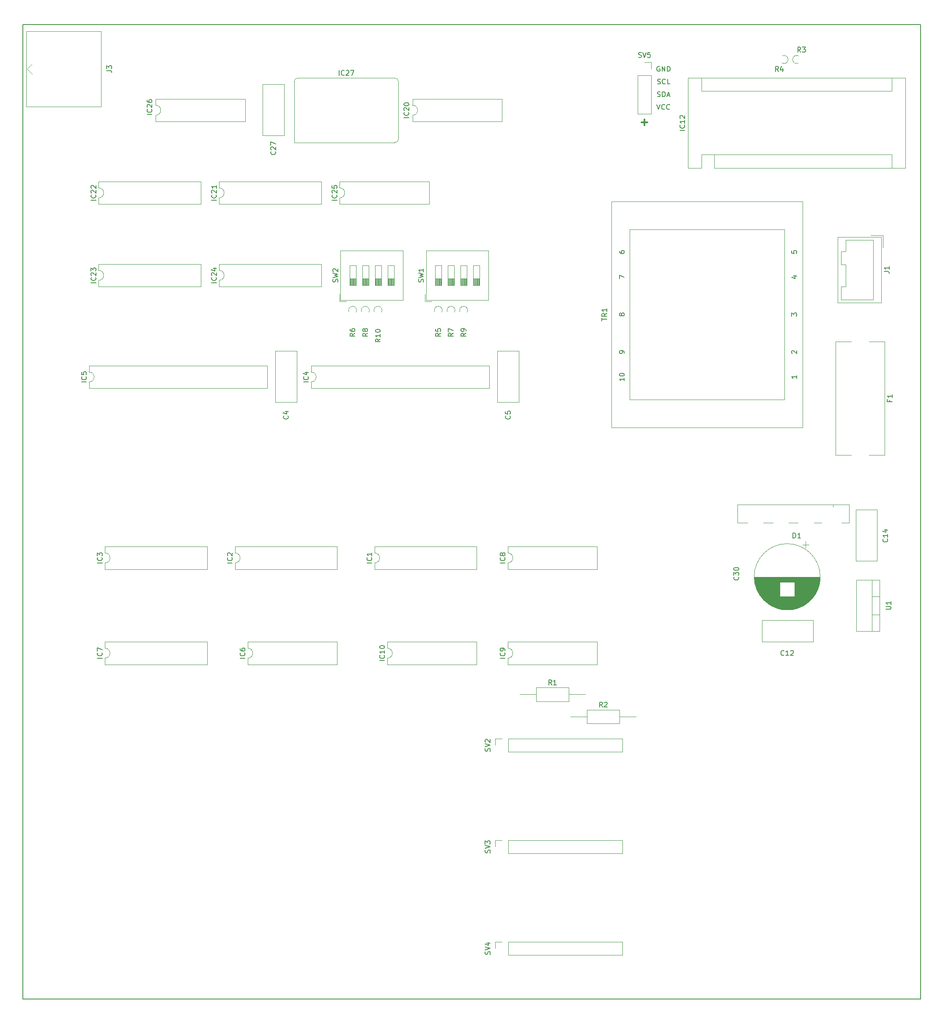
<source format=gbr>
%TF.GenerationSoftware,KiCad,Pcbnew,(5.1.9)-1*%
%TF.CreationDate,2021-06-05T23:20:17+02:00*%
%TF.ProjectId,Hauptplatine,48617570-7470-46c6-9174-696e652e6b69,rev?*%
%TF.SameCoordinates,Original*%
%TF.FileFunction,Legend,Top*%
%TF.FilePolarity,Positive*%
%FSLAX46Y46*%
G04 Gerber Fmt 4.6, Leading zero omitted, Abs format (unit mm)*
G04 Created by KiCad (PCBNEW (5.1.9)-1) date 2021-06-05 23:20:17*
%MOMM*%
%LPD*%
G01*
G04 APERTURE LIST*
%ADD10C,0.200000*%
%ADD11C,0.300000*%
%ADD12C,0.150000*%
%ADD13C,0.120000*%
G04 APERTURE END LIST*
D10*
X143446666Y-20407380D02*
X143780000Y-21407380D01*
X144113333Y-20407380D01*
X145018095Y-21312142D02*
X144970476Y-21359761D01*
X144827619Y-21407380D01*
X144732380Y-21407380D01*
X144589523Y-21359761D01*
X144494285Y-21264523D01*
X144446666Y-21169285D01*
X144399047Y-20978809D01*
X144399047Y-20835952D01*
X144446666Y-20645476D01*
X144494285Y-20550238D01*
X144589523Y-20455000D01*
X144732380Y-20407380D01*
X144827619Y-20407380D01*
X144970476Y-20455000D01*
X145018095Y-20502619D01*
X146018095Y-21312142D02*
X145970476Y-21359761D01*
X145827619Y-21407380D01*
X145732380Y-21407380D01*
X145589523Y-21359761D01*
X145494285Y-21264523D01*
X145446666Y-21169285D01*
X145399047Y-20978809D01*
X145399047Y-20835952D01*
X145446666Y-20645476D01*
X145494285Y-20550238D01*
X145589523Y-20455000D01*
X145732380Y-20407380D01*
X145827619Y-20407380D01*
X145970476Y-20455000D01*
X146018095Y-20502619D01*
X143565714Y-18819761D02*
X143708571Y-18867380D01*
X143946666Y-18867380D01*
X144041904Y-18819761D01*
X144089523Y-18772142D01*
X144137142Y-18676904D01*
X144137142Y-18581666D01*
X144089523Y-18486428D01*
X144041904Y-18438809D01*
X143946666Y-18391190D01*
X143756190Y-18343571D01*
X143660952Y-18295952D01*
X143613333Y-18248333D01*
X143565714Y-18153095D01*
X143565714Y-18057857D01*
X143613333Y-17962619D01*
X143660952Y-17915000D01*
X143756190Y-17867380D01*
X143994285Y-17867380D01*
X144137142Y-17915000D01*
X144565714Y-18867380D02*
X144565714Y-17867380D01*
X144803809Y-17867380D01*
X144946666Y-17915000D01*
X145041904Y-18010238D01*
X145089523Y-18105476D01*
X145137142Y-18295952D01*
X145137142Y-18438809D01*
X145089523Y-18629285D01*
X145041904Y-18724523D01*
X144946666Y-18819761D01*
X144803809Y-18867380D01*
X144565714Y-18867380D01*
X145518095Y-18581666D02*
X145994285Y-18581666D01*
X145422857Y-18867380D02*
X145756190Y-17867380D01*
X146089523Y-18867380D01*
X143589523Y-16279761D02*
X143732380Y-16327380D01*
X143970476Y-16327380D01*
X144065714Y-16279761D01*
X144113333Y-16232142D01*
X144160952Y-16136904D01*
X144160952Y-16041666D01*
X144113333Y-15946428D01*
X144065714Y-15898809D01*
X143970476Y-15851190D01*
X143780000Y-15803571D01*
X143684761Y-15755952D01*
X143637142Y-15708333D01*
X143589523Y-15613095D01*
X143589523Y-15517857D01*
X143637142Y-15422619D01*
X143684761Y-15375000D01*
X143780000Y-15327380D01*
X144018095Y-15327380D01*
X144160952Y-15375000D01*
X145160952Y-16232142D02*
X145113333Y-16279761D01*
X144970476Y-16327380D01*
X144875238Y-16327380D01*
X144732380Y-16279761D01*
X144637142Y-16184523D01*
X144589523Y-16089285D01*
X144541904Y-15898809D01*
X144541904Y-15755952D01*
X144589523Y-15565476D01*
X144637142Y-15470238D01*
X144732380Y-15375000D01*
X144875238Y-15327380D01*
X144970476Y-15327380D01*
X145113333Y-15375000D01*
X145160952Y-15422619D01*
X146065714Y-16327380D02*
X145589523Y-16327380D01*
X145589523Y-15327380D01*
X144018095Y-12835000D02*
X143922857Y-12787380D01*
X143780000Y-12787380D01*
X143637142Y-12835000D01*
X143541904Y-12930238D01*
X143494285Y-13025476D01*
X143446666Y-13215952D01*
X143446666Y-13358809D01*
X143494285Y-13549285D01*
X143541904Y-13644523D01*
X143637142Y-13739761D01*
X143780000Y-13787380D01*
X143875238Y-13787380D01*
X144018095Y-13739761D01*
X144065714Y-13692142D01*
X144065714Y-13358809D01*
X143875238Y-13358809D01*
X144494285Y-13787380D02*
X144494285Y-12787380D01*
X145065714Y-13787380D01*
X145065714Y-12787380D01*
X145541904Y-13787380D02*
X145541904Y-12787380D01*
X145780000Y-12787380D01*
X145922857Y-12835000D01*
X146018095Y-12930238D01*
X146065714Y-13025476D01*
X146113333Y-13215952D01*
X146113333Y-13358809D01*
X146065714Y-13549285D01*
X146018095Y-13644523D01*
X145922857Y-13739761D01*
X145780000Y-13787380D01*
X145541904Y-13787380D01*
D11*
X141541428Y-24022857D02*
X140398571Y-24022857D01*
X140970000Y-23451428D02*
X140970000Y-24594285D01*
D12*
X16510000Y-4445000D02*
X16510000Y-199390000D01*
X196215000Y-4445000D02*
X16510000Y-4445000D01*
X196215000Y-199390000D02*
X196215000Y-4445000D01*
X16510000Y-199390000D02*
X196215000Y-199390000D01*
D13*
%TO.C,R1*%
X119285000Y-137060000D02*
X119285000Y-139800000D01*
X119285000Y-139800000D02*
X125825000Y-139800000D01*
X125825000Y-139800000D02*
X125825000Y-137060000D01*
X125825000Y-137060000D02*
X119285000Y-137060000D01*
X115975000Y-138430000D02*
X119285000Y-138430000D01*
X129135000Y-138430000D02*
X125825000Y-138430000D01*
%TO.C,IC26*%
X43120000Y-22590000D02*
X43120000Y-23840000D01*
X43120000Y-23840000D02*
X61020000Y-23840000D01*
X61020000Y-23840000D02*
X61020000Y-19340000D01*
X61020000Y-19340000D02*
X43120000Y-19340000D01*
X43120000Y-19340000D02*
X43120000Y-20590000D01*
X43120000Y-20590000D02*
G75*
G02*
X43120000Y-22590000I0J-1000000D01*
G01*
%TO.C,IC9*%
X113605000Y-127925000D02*
X113605000Y-129175000D01*
X131505000Y-127925000D02*
X113605000Y-127925000D01*
X131505000Y-132425000D02*
X131505000Y-127925000D01*
X113605000Y-132425000D02*
X131505000Y-132425000D01*
X113605000Y-131175000D02*
X113605000Y-132425000D01*
X113605000Y-129175000D02*
G75*
G02*
X113605000Y-131175000I0J-1000000D01*
G01*
%TO.C,IC12*%
X154940000Y-30480000D02*
X152400000Y-30480000D01*
X152400000Y-30480000D02*
X152400000Y-33150000D01*
X154940000Y-33150000D02*
X193170000Y-33150000D01*
X149730000Y-33150000D02*
X152400000Y-33150000D01*
X152400000Y-17780000D02*
X152400000Y-15110000D01*
X152400000Y-17780000D02*
X190500000Y-17780000D01*
X190500000Y-17780000D02*
X190500000Y-15110000D01*
X154940000Y-30480000D02*
X154940000Y-33150000D01*
X154940000Y-30480000D02*
X190500000Y-30480000D01*
X190500000Y-30480000D02*
X190500000Y-33150000D01*
X193170000Y-33150000D02*
X193170000Y-15110000D01*
X193170000Y-15110000D02*
X149730000Y-15110000D01*
X149730000Y-15110000D02*
X149730000Y-33150000D01*
%TO.C,IC25*%
X79950000Y-35850000D02*
X79950000Y-37100000D01*
X97850000Y-35850000D02*
X79950000Y-35850000D01*
X97850000Y-40350000D02*
X97850000Y-35850000D01*
X79950000Y-40350000D02*
X97850000Y-40350000D01*
X79950000Y-39100000D02*
X79950000Y-40350000D01*
X79950000Y-37100000D02*
G75*
G02*
X79950000Y-39100000I0J-1000000D01*
G01*
%TO.C,IC10*%
X89475000Y-127925000D02*
X89475000Y-129175000D01*
X107375000Y-127925000D02*
X89475000Y-127925000D01*
X107375000Y-132425000D02*
X107375000Y-127925000D01*
X89475000Y-132425000D02*
X107375000Y-132425000D01*
X89475000Y-131175000D02*
X89475000Y-132425000D01*
X89475000Y-129175000D02*
G75*
G02*
X89475000Y-131175000I0J-1000000D01*
G01*
%TO.C,IC8*%
X113605000Y-108875000D02*
X113605000Y-110125000D01*
X131505000Y-108875000D02*
X113605000Y-108875000D01*
X131505000Y-113375000D02*
X131505000Y-108875000D01*
X113605000Y-113375000D02*
X131505000Y-113375000D01*
X113605000Y-112125000D02*
X113605000Y-113375000D01*
X113605000Y-110125000D02*
G75*
G02*
X113605000Y-112125000I0J-1000000D01*
G01*
%TO.C,IC7*%
X32960000Y-127925000D02*
X32960000Y-129175000D01*
X53400000Y-127925000D02*
X32960000Y-127925000D01*
X53400000Y-132425000D02*
X53400000Y-127925000D01*
X32960000Y-132425000D02*
X53400000Y-132425000D01*
X32960000Y-131175000D02*
X32960000Y-132425000D01*
X32960000Y-129175000D02*
G75*
G02*
X32960000Y-131175000I0J-1000000D01*
G01*
%TO.C,IC6*%
X61535000Y-127925000D02*
X61535000Y-129175000D01*
X79435000Y-127925000D02*
X61535000Y-127925000D01*
X79435000Y-132425000D02*
X79435000Y-127925000D01*
X61535000Y-132425000D02*
X79435000Y-132425000D01*
X61535000Y-131175000D02*
X61535000Y-132425000D01*
X61535000Y-129175000D02*
G75*
G02*
X61535000Y-131175000I0J-1000000D01*
G01*
%TO.C,IC3*%
X32960000Y-112125000D02*
X32960000Y-113375000D01*
X32960000Y-113375000D02*
X53400000Y-113375000D01*
X53400000Y-113375000D02*
X53400000Y-108875000D01*
X53400000Y-108875000D02*
X32960000Y-108875000D01*
X32960000Y-108875000D02*
X32960000Y-110125000D01*
X32960000Y-110125000D02*
G75*
G02*
X32960000Y-112125000I0J-1000000D01*
G01*
%TO.C,R2*%
X129445000Y-141505000D02*
X129445000Y-144245000D01*
X129445000Y-144245000D02*
X135985000Y-144245000D01*
X135985000Y-144245000D02*
X135985000Y-141505000D01*
X135985000Y-141505000D02*
X129445000Y-141505000D01*
X126135000Y-142875000D02*
X129445000Y-142875000D01*
X139295000Y-142875000D02*
X135985000Y-142875000D01*
%TO.C,IC27*%
X70830000Y-15890000D02*
X70830000Y-28040000D01*
X90980000Y-15140000D02*
X71580000Y-15140000D01*
X91730000Y-27290000D02*
X91730000Y-15890000D01*
X70830000Y-28040000D02*
X90980000Y-28040000D01*
X71580000Y-15140000D02*
G75*
G03*
X70830000Y-15890000I0J-750000D01*
G01*
X91730000Y-15890000D02*
G75*
G03*
X90980000Y-15140000I-750000J0D01*
G01*
X90980000Y-28040000D02*
G75*
G03*
X91730000Y-27290000I0J750000D01*
G01*
%TO.C,IC20*%
X94555000Y-19340000D02*
X94555000Y-20590000D01*
X112455000Y-19340000D02*
X94555000Y-19340000D01*
X112455000Y-23840000D02*
X112455000Y-19340000D01*
X94555000Y-23840000D02*
X112455000Y-23840000D01*
X94555000Y-22590000D02*
X94555000Y-23840000D01*
X94555000Y-20590000D02*
G75*
G02*
X94555000Y-22590000I0J-1000000D01*
G01*
%TO.C,IC24*%
X55820000Y-52360000D02*
X55820000Y-53610000D01*
X76260000Y-52360000D02*
X55820000Y-52360000D01*
X76260000Y-56860000D02*
X76260000Y-52360000D01*
X55820000Y-56860000D02*
X76260000Y-56860000D01*
X55820000Y-55610000D02*
X55820000Y-56860000D01*
X55820000Y-53610000D02*
G75*
G02*
X55820000Y-55610000I0J-1000000D01*
G01*
%TO.C,SW2*%
X80130000Y-59560000D02*
X80130000Y-49660000D01*
X92590000Y-59560000D02*
X92590000Y-49660000D01*
X80130000Y-59560000D02*
X92590000Y-59560000D01*
X80130000Y-49660000D02*
X92590000Y-49660000D01*
X79890000Y-59800000D02*
X79890000Y-58416000D01*
X79890000Y-59800000D02*
X81273000Y-59800000D01*
X81915000Y-56640000D02*
X83185000Y-56640000D01*
X83185000Y-56640000D02*
X83185000Y-52580000D01*
X83185000Y-52580000D02*
X81915000Y-52580000D01*
X81915000Y-52580000D02*
X81915000Y-56640000D01*
X82035000Y-56640000D02*
X82035000Y-55286667D01*
X82155000Y-56640000D02*
X82155000Y-55286667D01*
X82275000Y-56640000D02*
X82275000Y-55286667D01*
X82395000Y-56640000D02*
X82395000Y-55286667D01*
X82515000Y-56640000D02*
X82515000Y-55286667D01*
X82635000Y-56640000D02*
X82635000Y-55286667D01*
X82755000Y-56640000D02*
X82755000Y-55286667D01*
X82875000Y-56640000D02*
X82875000Y-55286667D01*
X82995000Y-56640000D02*
X82995000Y-55286667D01*
X83115000Y-56640000D02*
X83115000Y-55286667D01*
X81915000Y-55286667D02*
X83185000Y-55286667D01*
X84455000Y-56640000D02*
X85725000Y-56640000D01*
X85725000Y-56640000D02*
X85725000Y-52580000D01*
X85725000Y-52580000D02*
X84455000Y-52580000D01*
X84455000Y-52580000D02*
X84455000Y-56640000D01*
X84575000Y-56640000D02*
X84575000Y-55286667D01*
X84695000Y-56640000D02*
X84695000Y-55286667D01*
X84815000Y-56640000D02*
X84815000Y-55286667D01*
X84935000Y-56640000D02*
X84935000Y-55286667D01*
X85055000Y-56640000D02*
X85055000Y-55286667D01*
X85175000Y-56640000D02*
X85175000Y-55286667D01*
X85295000Y-56640000D02*
X85295000Y-55286667D01*
X85415000Y-56640000D02*
X85415000Y-55286667D01*
X85535000Y-56640000D02*
X85535000Y-55286667D01*
X85655000Y-56640000D02*
X85655000Y-55286667D01*
X84455000Y-55286667D02*
X85725000Y-55286667D01*
X86995000Y-56640000D02*
X88265000Y-56640000D01*
X88265000Y-56640000D02*
X88265000Y-52580000D01*
X88265000Y-52580000D02*
X86995000Y-52580000D01*
X86995000Y-52580000D02*
X86995000Y-56640000D01*
X87115000Y-56640000D02*
X87115000Y-55286667D01*
X87235000Y-56640000D02*
X87235000Y-55286667D01*
X87355000Y-56640000D02*
X87355000Y-55286667D01*
X87475000Y-56640000D02*
X87475000Y-55286667D01*
X87595000Y-56640000D02*
X87595000Y-55286667D01*
X87715000Y-56640000D02*
X87715000Y-55286667D01*
X87835000Y-56640000D02*
X87835000Y-55286667D01*
X87955000Y-56640000D02*
X87955000Y-55286667D01*
X88075000Y-56640000D02*
X88075000Y-55286667D01*
X88195000Y-56640000D02*
X88195000Y-55286667D01*
X86995000Y-55286667D02*
X88265000Y-55286667D01*
X89535000Y-56640000D02*
X90805000Y-56640000D01*
X90805000Y-56640000D02*
X90805000Y-52580000D01*
X90805000Y-52580000D02*
X89535000Y-52580000D01*
X89535000Y-52580000D02*
X89535000Y-56640000D01*
X89655000Y-56640000D02*
X89655000Y-55286667D01*
X89775000Y-56640000D02*
X89775000Y-55286667D01*
X89895000Y-56640000D02*
X89895000Y-55286667D01*
X90015000Y-56640000D02*
X90015000Y-55286667D01*
X90135000Y-56640000D02*
X90135000Y-55286667D01*
X90255000Y-56640000D02*
X90255000Y-55286667D01*
X90375000Y-56640000D02*
X90375000Y-55286667D01*
X90495000Y-56640000D02*
X90495000Y-55286667D01*
X90615000Y-56640000D02*
X90615000Y-55286667D01*
X90735000Y-56640000D02*
X90735000Y-55286667D01*
X89535000Y-55286667D02*
X90805000Y-55286667D01*
%TO.C,SW1*%
X97275000Y-59560000D02*
X97275000Y-49660000D01*
X109735000Y-59560000D02*
X109735000Y-49660000D01*
X97275000Y-59560000D02*
X109735000Y-59560000D01*
X97275000Y-49660000D02*
X109735000Y-49660000D01*
X97035000Y-59800000D02*
X97035000Y-58416000D01*
X97035000Y-59800000D02*
X98418000Y-59800000D01*
X99060000Y-56640000D02*
X100330000Y-56640000D01*
X100330000Y-56640000D02*
X100330000Y-52580000D01*
X100330000Y-52580000D02*
X99060000Y-52580000D01*
X99060000Y-52580000D02*
X99060000Y-56640000D01*
X99180000Y-56640000D02*
X99180000Y-55286667D01*
X99300000Y-56640000D02*
X99300000Y-55286667D01*
X99420000Y-56640000D02*
X99420000Y-55286667D01*
X99540000Y-56640000D02*
X99540000Y-55286667D01*
X99660000Y-56640000D02*
X99660000Y-55286667D01*
X99780000Y-56640000D02*
X99780000Y-55286667D01*
X99900000Y-56640000D02*
X99900000Y-55286667D01*
X100020000Y-56640000D02*
X100020000Y-55286667D01*
X100140000Y-56640000D02*
X100140000Y-55286667D01*
X100260000Y-56640000D02*
X100260000Y-55286667D01*
X99060000Y-55286667D02*
X100330000Y-55286667D01*
X101600000Y-56640000D02*
X102870000Y-56640000D01*
X102870000Y-56640000D02*
X102870000Y-52580000D01*
X102870000Y-52580000D02*
X101600000Y-52580000D01*
X101600000Y-52580000D02*
X101600000Y-56640000D01*
X101720000Y-56640000D02*
X101720000Y-55286667D01*
X101840000Y-56640000D02*
X101840000Y-55286667D01*
X101960000Y-56640000D02*
X101960000Y-55286667D01*
X102080000Y-56640000D02*
X102080000Y-55286667D01*
X102200000Y-56640000D02*
X102200000Y-55286667D01*
X102320000Y-56640000D02*
X102320000Y-55286667D01*
X102440000Y-56640000D02*
X102440000Y-55286667D01*
X102560000Y-56640000D02*
X102560000Y-55286667D01*
X102680000Y-56640000D02*
X102680000Y-55286667D01*
X102800000Y-56640000D02*
X102800000Y-55286667D01*
X101600000Y-55286667D02*
X102870000Y-55286667D01*
X104140000Y-56640000D02*
X105410000Y-56640000D01*
X105410000Y-56640000D02*
X105410000Y-52580000D01*
X105410000Y-52580000D02*
X104140000Y-52580000D01*
X104140000Y-52580000D02*
X104140000Y-56640000D01*
X104260000Y-56640000D02*
X104260000Y-55286667D01*
X104380000Y-56640000D02*
X104380000Y-55286667D01*
X104500000Y-56640000D02*
X104500000Y-55286667D01*
X104620000Y-56640000D02*
X104620000Y-55286667D01*
X104740000Y-56640000D02*
X104740000Y-55286667D01*
X104860000Y-56640000D02*
X104860000Y-55286667D01*
X104980000Y-56640000D02*
X104980000Y-55286667D01*
X105100000Y-56640000D02*
X105100000Y-55286667D01*
X105220000Y-56640000D02*
X105220000Y-55286667D01*
X105340000Y-56640000D02*
X105340000Y-55286667D01*
X104140000Y-55286667D02*
X105410000Y-55286667D01*
X106680000Y-56640000D02*
X107950000Y-56640000D01*
X107950000Y-56640000D02*
X107950000Y-52580000D01*
X107950000Y-52580000D02*
X106680000Y-52580000D01*
X106680000Y-52580000D02*
X106680000Y-56640000D01*
X106800000Y-56640000D02*
X106800000Y-55286667D01*
X106920000Y-56640000D02*
X106920000Y-55286667D01*
X107040000Y-56640000D02*
X107040000Y-55286667D01*
X107160000Y-56640000D02*
X107160000Y-55286667D01*
X107280000Y-56640000D02*
X107280000Y-55286667D01*
X107400000Y-56640000D02*
X107400000Y-55286667D01*
X107520000Y-56640000D02*
X107520000Y-55286667D01*
X107640000Y-56640000D02*
X107640000Y-55286667D01*
X107760000Y-56640000D02*
X107760000Y-55286667D01*
X107880000Y-56640000D02*
X107880000Y-55286667D01*
X106680000Y-55286667D02*
X107950000Y-55286667D01*
%TO.C,R10*%
X86880641Y-61915095D02*
G75*
G02*
X88330000Y-62012133I749359J320095D01*
G01*
%TO.C,R9*%
X104025641Y-61920095D02*
G75*
G02*
X105475000Y-62017133I749359J320095D01*
G01*
%TO.C,R8*%
X84340641Y-61920095D02*
G75*
G02*
X85790000Y-62017133I749359J320095D01*
G01*
%TO.C,R7*%
X101485641Y-61920095D02*
G75*
G02*
X102935000Y-62017133I749359J320095D01*
G01*
%TO.C,R6*%
X81800641Y-61915095D02*
G75*
G02*
X83250000Y-62012133I749359J320095D01*
G01*
%TO.C,R5*%
X98945641Y-61920095D02*
G75*
G02*
X100395000Y-62017133I749359J320095D01*
G01*
%TO.C,R4*%
X168589905Y-10680641D02*
G75*
G02*
X168492867Y-12130000I320095J-749359D01*
G01*
%TO.C,R3*%
X171770095Y-12179359D02*
G75*
G02*
X171867133Y-10730000I-320095J749359D01*
G01*
%TO.C,C27*%
X68795000Y-16410000D02*
X68795000Y-26650000D01*
X64555000Y-16410000D02*
X64555000Y-26650000D01*
X68795000Y-16410000D02*
X64555000Y-16410000D01*
X68795000Y-26650000D02*
X64555000Y-26650000D01*
%TO.C,C5*%
X115785000Y-69750000D02*
X115785000Y-79990000D01*
X111545000Y-69750000D02*
X111545000Y-79990000D01*
X115785000Y-69750000D02*
X111545000Y-69750000D01*
X115785000Y-79990000D02*
X111545000Y-79990000D01*
%TO.C,C4*%
X71335000Y-69750000D02*
X71335000Y-79990000D01*
X67095000Y-69750000D02*
X67095000Y-79990000D01*
X71335000Y-69750000D02*
X67095000Y-69750000D01*
X71335000Y-79990000D02*
X67095000Y-79990000D01*
%TO.C,TR1*%
X137989000Y-79430000D02*
X137989000Y-45430000D01*
X137989000Y-45430000D02*
X168989000Y-45430000D01*
X168989000Y-45430000D02*
X168989000Y-79430000D01*
X168989000Y-79430000D02*
X137989000Y-79430000D01*
X134369000Y-85050000D02*
X134369000Y-39810000D01*
X134369000Y-85050000D02*
X172609000Y-85050000D01*
X172609000Y-39810000D02*
X134369000Y-39810000D01*
X172609000Y-39810000D02*
X172609000Y-85050000D01*
%TO.C,J3*%
X17345000Y-13335000D02*
X18345000Y-12335000D01*
X17345000Y-13335000D02*
X18345000Y-14335000D01*
X32145000Y-20835000D02*
X17145000Y-20835000D01*
X32145000Y-5835000D02*
X32145000Y-20835000D01*
X17145000Y-5835000D02*
X32145000Y-5835000D01*
X17145000Y-20835000D02*
X17145000Y-5835000D01*
%TO.C,IC4*%
X74235000Y-75930000D02*
X74235000Y-77180000D01*
X74235000Y-77180000D02*
X109915000Y-77180000D01*
X109915000Y-77180000D02*
X109915000Y-72680000D01*
X109915000Y-72680000D02*
X74235000Y-72680000D01*
X74235000Y-72680000D02*
X74235000Y-73930000D01*
X74235000Y-73930000D02*
G75*
G02*
X74235000Y-75930000I0J-1000000D01*
G01*
%TO.C,IC1*%
X86935000Y-112125000D02*
X86935000Y-113375000D01*
X86935000Y-113375000D02*
X107375000Y-113375000D01*
X107375000Y-113375000D02*
X107375000Y-108875000D01*
X107375000Y-108875000D02*
X86935000Y-108875000D01*
X86935000Y-108875000D02*
X86935000Y-110125000D01*
X86935000Y-110125000D02*
G75*
G02*
X86935000Y-112125000I0J-1000000D01*
G01*
%TO.C,IC2*%
X58995000Y-112125000D02*
X58995000Y-113375000D01*
X58995000Y-113375000D02*
X79435000Y-113375000D01*
X79435000Y-113375000D02*
X79435000Y-108875000D01*
X79435000Y-108875000D02*
X58995000Y-108875000D01*
X58995000Y-108875000D02*
X58995000Y-110125000D01*
X58995000Y-110125000D02*
G75*
G02*
X58995000Y-112125000I0J-1000000D01*
G01*
%TO.C,IC22*%
X31690000Y-35850000D02*
X31690000Y-37100000D01*
X52130000Y-35850000D02*
X31690000Y-35850000D01*
X52130000Y-40350000D02*
X52130000Y-35850000D01*
X31690000Y-40350000D02*
X52130000Y-40350000D01*
X31690000Y-39100000D02*
X31690000Y-40350000D01*
X31690000Y-37100000D02*
G75*
G02*
X31690000Y-39100000I0J-1000000D01*
G01*
%TO.C,IC5*%
X29785000Y-75930000D02*
X29785000Y-77180000D01*
X29785000Y-77180000D02*
X65465000Y-77180000D01*
X65465000Y-77180000D02*
X65465000Y-72680000D01*
X65465000Y-72680000D02*
X29785000Y-72680000D01*
X29785000Y-72680000D02*
X29785000Y-73930000D01*
X29785000Y-73930000D02*
G75*
G02*
X29785000Y-75930000I0J-1000000D01*
G01*
%TO.C,SV5*%
X140970000Y-12005000D02*
X142300000Y-12005000D01*
X142300000Y-12005000D02*
X142300000Y-13335000D01*
X142300000Y-14605000D02*
X142300000Y-22285000D01*
X139640000Y-22285000D02*
X142300000Y-22285000D01*
X139640000Y-14605000D02*
X139640000Y-22285000D01*
X139640000Y-14605000D02*
X142300000Y-14605000D01*
%TO.C,IC23*%
X31690000Y-52360000D02*
X31690000Y-53610000D01*
X52130000Y-52360000D02*
X31690000Y-52360000D01*
X52130000Y-56860000D02*
X52130000Y-52360000D01*
X31690000Y-56860000D02*
X52130000Y-56860000D01*
X31690000Y-55610000D02*
X31690000Y-56860000D01*
X31690000Y-53610000D02*
G75*
G02*
X31690000Y-55610000I0J-1000000D01*
G01*
%TO.C,IC21*%
X55820000Y-35850000D02*
X55820000Y-37100000D01*
X76260000Y-35850000D02*
X55820000Y-35850000D01*
X76260000Y-40350000D02*
X76260000Y-35850000D01*
X55820000Y-40350000D02*
X76260000Y-40350000D01*
X55820000Y-39100000D02*
X55820000Y-40350000D01*
X55820000Y-37100000D02*
G75*
G02*
X55820000Y-39100000I0J-1000000D01*
G01*
%TO.C,J1*%
X188410000Y-46930000D02*
X179690000Y-46930000D01*
X179690000Y-46930000D02*
X179690000Y-60050000D01*
X179690000Y-60050000D02*
X188410000Y-60050000D01*
X188410000Y-60050000D02*
X188410000Y-46930000D01*
X186800000Y-47540000D02*
X181300000Y-47540000D01*
X181300000Y-47540000D02*
X181300000Y-49840000D01*
X181300000Y-49840000D02*
X180300000Y-49840000D01*
X180300000Y-49840000D02*
X180300000Y-52440000D01*
X180300000Y-52440000D02*
X181300000Y-52440000D01*
X181300000Y-52440000D02*
X181300000Y-56840000D01*
X181300000Y-56840000D02*
X180300000Y-56840000D01*
X180300000Y-56840000D02*
X180300000Y-59440000D01*
X180300000Y-59440000D02*
X186800000Y-59440000D01*
X186800000Y-59440000D02*
X186800000Y-47540000D01*
X186300000Y-46630000D02*
X188710000Y-46630000D01*
X188710000Y-46630000D02*
X188710000Y-49040000D01*
%TO.C,U1*%
X188055000Y-115530000D02*
X188055000Y-125770000D01*
X183414000Y-115530000D02*
X183414000Y-125770000D01*
X188055000Y-115530000D02*
X183414000Y-115530000D01*
X188055000Y-125770000D02*
X183414000Y-125770000D01*
X186545000Y-115530000D02*
X186545000Y-125770000D01*
X188055000Y-118800000D02*
X186545000Y-118800000D01*
X188055000Y-122501000D02*
X186545000Y-122501000D01*
%TO.C,F1*%
X179240000Y-90555000D02*
X182400000Y-90555000D01*
X185900000Y-90555000D02*
X189060000Y-90555000D01*
X185900000Y-67835000D02*
X189060000Y-67835000D01*
X189060000Y-67835000D02*
X189060000Y-90555000D01*
X179240000Y-67835000D02*
X179240000Y-90555000D01*
X179240000Y-67835000D02*
X182400000Y-67835000D01*
%TO.C,D1*%
X178735000Y-100470000D02*
X178735000Y-100970000D01*
X181935000Y-100470000D02*
X181935000Y-104070000D01*
X159635000Y-100470000D02*
X181935000Y-100470000D01*
X159635000Y-104070000D02*
X159635000Y-100470000D01*
X161635000Y-104070000D02*
X159635000Y-104070000D01*
X166735000Y-104070000D02*
X164735000Y-104070000D01*
X171735000Y-104070000D02*
X169835000Y-104070000D01*
X176435000Y-104070000D02*
X174935000Y-104070000D01*
X181935000Y-104070000D02*
X180435000Y-104070000D01*
%TO.C,C12*%
X174725000Y-127850000D02*
X164485000Y-127850000D01*
X174725000Y-123610000D02*
X164485000Y-123610000D01*
X174725000Y-127850000D02*
X174725000Y-123610000D01*
X164485000Y-127850000D02*
X164485000Y-123610000D01*
%TO.C,C14*%
X187540000Y-101500000D02*
X187540000Y-111740000D01*
X183300000Y-101500000D02*
X183300000Y-111740000D01*
X187540000Y-101500000D02*
X183300000Y-101500000D01*
X187540000Y-111740000D02*
X183300000Y-111740000D01*
%TO.C,C30*%
X176165000Y-114895000D02*
G75*
G03*
X176165000Y-114895000I-6620000J0D01*
G01*
X176125000Y-114895000D02*
X162965000Y-114895000D01*
X176125000Y-114935000D02*
X162965000Y-114935000D01*
X176125000Y-114975000D02*
X162965000Y-114975000D01*
X176124000Y-115015000D02*
X162966000Y-115015000D01*
X176124000Y-115055000D02*
X162966000Y-115055000D01*
X176122000Y-115095000D02*
X162968000Y-115095000D01*
X176121000Y-115135000D02*
X162969000Y-115135000D01*
X176120000Y-115175000D02*
X162970000Y-115175000D01*
X176118000Y-115215000D02*
X162972000Y-115215000D01*
X176116000Y-115255000D02*
X162974000Y-115255000D01*
X176113000Y-115295000D02*
X162977000Y-115295000D01*
X176111000Y-115335000D02*
X162979000Y-115335000D01*
X176108000Y-115375000D02*
X162982000Y-115375000D01*
X176105000Y-115415000D02*
X162985000Y-115415000D01*
X176102000Y-115455000D02*
X162988000Y-115455000D01*
X176098000Y-115495000D02*
X162992000Y-115495000D01*
X176094000Y-115535000D02*
X162996000Y-115535000D01*
X176090000Y-115575000D02*
X163000000Y-115575000D01*
X176086000Y-115616000D02*
X163004000Y-115616000D01*
X176082000Y-115656000D02*
X163008000Y-115656000D01*
X176077000Y-115696000D02*
X163013000Y-115696000D01*
X176072000Y-115736000D02*
X163018000Y-115736000D01*
X176067000Y-115776000D02*
X163023000Y-115776000D01*
X176061000Y-115816000D02*
X163029000Y-115816000D01*
X176056000Y-115856000D02*
X163034000Y-115856000D01*
X176050000Y-115896000D02*
X163040000Y-115896000D01*
X176043000Y-115936000D02*
X163047000Y-115936000D01*
X176037000Y-115976000D02*
X170985000Y-115976000D01*
X168105000Y-115976000D02*
X163053000Y-115976000D01*
X176030000Y-116016000D02*
X170985000Y-116016000D01*
X168105000Y-116016000D02*
X163060000Y-116016000D01*
X176023000Y-116056000D02*
X170985000Y-116056000D01*
X168105000Y-116056000D02*
X163067000Y-116056000D01*
X176016000Y-116096000D02*
X170985000Y-116096000D01*
X168105000Y-116096000D02*
X163074000Y-116096000D01*
X176008000Y-116136000D02*
X170985000Y-116136000D01*
X168105000Y-116136000D02*
X163082000Y-116136000D01*
X176001000Y-116176000D02*
X170985000Y-116176000D01*
X168105000Y-116176000D02*
X163089000Y-116176000D01*
X175993000Y-116216000D02*
X170985000Y-116216000D01*
X168105000Y-116216000D02*
X163097000Y-116216000D01*
X175984000Y-116256000D02*
X170985000Y-116256000D01*
X168105000Y-116256000D02*
X163106000Y-116256000D01*
X175976000Y-116296000D02*
X170985000Y-116296000D01*
X168105000Y-116296000D02*
X163114000Y-116296000D01*
X175967000Y-116336000D02*
X170985000Y-116336000D01*
X168105000Y-116336000D02*
X163123000Y-116336000D01*
X175958000Y-116376000D02*
X170985000Y-116376000D01*
X168105000Y-116376000D02*
X163132000Y-116376000D01*
X175949000Y-116416000D02*
X170985000Y-116416000D01*
X168105000Y-116416000D02*
X163141000Y-116416000D01*
X175939000Y-116456000D02*
X170985000Y-116456000D01*
X168105000Y-116456000D02*
X163151000Y-116456000D01*
X175929000Y-116496000D02*
X170985000Y-116496000D01*
X168105000Y-116496000D02*
X163161000Y-116496000D01*
X175919000Y-116536000D02*
X170985000Y-116536000D01*
X168105000Y-116536000D02*
X163171000Y-116536000D01*
X175909000Y-116576000D02*
X170985000Y-116576000D01*
X168105000Y-116576000D02*
X163181000Y-116576000D01*
X175898000Y-116616000D02*
X170985000Y-116616000D01*
X168105000Y-116616000D02*
X163192000Y-116616000D01*
X175887000Y-116656000D02*
X170985000Y-116656000D01*
X168105000Y-116656000D02*
X163203000Y-116656000D01*
X175876000Y-116696000D02*
X170985000Y-116696000D01*
X168105000Y-116696000D02*
X163214000Y-116696000D01*
X175865000Y-116736000D02*
X170985000Y-116736000D01*
X168105000Y-116736000D02*
X163225000Y-116736000D01*
X175853000Y-116776000D02*
X170985000Y-116776000D01*
X168105000Y-116776000D02*
X163237000Y-116776000D01*
X175841000Y-116816000D02*
X170985000Y-116816000D01*
X168105000Y-116816000D02*
X163249000Y-116816000D01*
X175829000Y-116856000D02*
X170985000Y-116856000D01*
X168105000Y-116856000D02*
X163261000Y-116856000D01*
X175816000Y-116896000D02*
X170985000Y-116896000D01*
X168105000Y-116896000D02*
X163274000Y-116896000D01*
X175803000Y-116936000D02*
X170985000Y-116936000D01*
X168105000Y-116936000D02*
X163287000Y-116936000D01*
X175790000Y-116976000D02*
X170985000Y-116976000D01*
X168105000Y-116976000D02*
X163300000Y-116976000D01*
X175777000Y-117016000D02*
X170985000Y-117016000D01*
X168105000Y-117016000D02*
X163313000Y-117016000D01*
X175763000Y-117056000D02*
X170985000Y-117056000D01*
X168105000Y-117056000D02*
X163327000Y-117056000D01*
X175749000Y-117096000D02*
X170985000Y-117096000D01*
X168105000Y-117096000D02*
X163341000Y-117096000D01*
X175735000Y-117136000D02*
X170985000Y-117136000D01*
X168105000Y-117136000D02*
X163355000Y-117136000D01*
X175720000Y-117176000D02*
X170985000Y-117176000D01*
X168105000Y-117176000D02*
X163370000Y-117176000D01*
X175706000Y-117216000D02*
X170985000Y-117216000D01*
X168105000Y-117216000D02*
X163384000Y-117216000D01*
X175691000Y-117256000D02*
X170985000Y-117256000D01*
X168105000Y-117256000D02*
X163399000Y-117256000D01*
X175675000Y-117296000D02*
X170985000Y-117296000D01*
X168105000Y-117296000D02*
X163415000Y-117296000D01*
X175659000Y-117336000D02*
X170985000Y-117336000D01*
X168105000Y-117336000D02*
X163431000Y-117336000D01*
X175643000Y-117376000D02*
X170985000Y-117376000D01*
X168105000Y-117376000D02*
X163447000Y-117376000D01*
X175627000Y-117416000D02*
X170985000Y-117416000D01*
X168105000Y-117416000D02*
X163463000Y-117416000D01*
X175610000Y-117456000D02*
X170985000Y-117456000D01*
X168105000Y-117456000D02*
X163480000Y-117456000D01*
X175594000Y-117496000D02*
X170985000Y-117496000D01*
X168105000Y-117496000D02*
X163496000Y-117496000D01*
X175576000Y-117536000D02*
X170985000Y-117536000D01*
X168105000Y-117536000D02*
X163514000Y-117536000D01*
X175559000Y-117576000D02*
X170985000Y-117576000D01*
X168105000Y-117576000D02*
X163531000Y-117576000D01*
X175541000Y-117616000D02*
X170985000Y-117616000D01*
X168105000Y-117616000D02*
X163549000Y-117616000D01*
X175523000Y-117656000D02*
X170985000Y-117656000D01*
X168105000Y-117656000D02*
X163567000Y-117656000D01*
X175504000Y-117696000D02*
X170985000Y-117696000D01*
X168105000Y-117696000D02*
X163586000Y-117696000D01*
X175485000Y-117736000D02*
X170985000Y-117736000D01*
X168105000Y-117736000D02*
X163605000Y-117736000D01*
X175466000Y-117776000D02*
X170985000Y-117776000D01*
X168105000Y-117776000D02*
X163624000Y-117776000D01*
X175447000Y-117816000D02*
X170985000Y-117816000D01*
X168105000Y-117816000D02*
X163643000Y-117816000D01*
X175427000Y-117856000D02*
X170985000Y-117856000D01*
X168105000Y-117856000D02*
X163663000Y-117856000D01*
X175407000Y-117896000D02*
X170985000Y-117896000D01*
X168105000Y-117896000D02*
X163683000Y-117896000D01*
X175386000Y-117936000D02*
X170985000Y-117936000D01*
X168105000Y-117936000D02*
X163704000Y-117936000D01*
X175365000Y-117976000D02*
X170985000Y-117976000D01*
X168105000Y-117976000D02*
X163725000Y-117976000D01*
X175344000Y-118016000D02*
X170985000Y-118016000D01*
X168105000Y-118016000D02*
X163746000Y-118016000D01*
X175323000Y-118056000D02*
X170985000Y-118056000D01*
X168105000Y-118056000D02*
X163767000Y-118056000D01*
X175301000Y-118096000D02*
X170985000Y-118096000D01*
X168105000Y-118096000D02*
X163789000Y-118096000D01*
X175278000Y-118136000D02*
X170985000Y-118136000D01*
X168105000Y-118136000D02*
X163812000Y-118136000D01*
X175256000Y-118176000D02*
X170985000Y-118176000D01*
X168105000Y-118176000D02*
X163834000Y-118176000D01*
X175233000Y-118216000D02*
X170985000Y-118216000D01*
X168105000Y-118216000D02*
X163857000Y-118216000D01*
X175209000Y-118256000D02*
X170985000Y-118256000D01*
X168105000Y-118256000D02*
X163881000Y-118256000D01*
X175186000Y-118296000D02*
X170985000Y-118296000D01*
X168105000Y-118296000D02*
X163904000Y-118296000D01*
X175162000Y-118336000D02*
X170985000Y-118336000D01*
X168105000Y-118336000D02*
X163928000Y-118336000D01*
X175137000Y-118376000D02*
X170985000Y-118376000D01*
X168105000Y-118376000D02*
X163953000Y-118376000D01*
X175112000Y-118416000D02*
X170985000Y-118416000D01*
X168105000Y-118416000D02*
X163978000Y-118416000D01*
X175087000Y-118456000D02*
X170985000Y-118456000D01*
X168105000Y-118456000D02*
X164003000Y-118456000D01*
X175061000Y-118496000D02*
X170985000Y-118496000D01*
X168105000Y-118496000D02*
X164029000Y-118496000D01*
X175035000Y-118536000D02*
X170985000Y-118536000D01*
X168105000Y-118536000D02*
X164055000Y-118536000D01*
X175008000Y-118576000D02*
X170985000Y-118576000D01*
X168105000Y-118576000D02*
X164082000Y-118576000D01*
X174981000Y-118616000D02*
X170985000Y-118616000D01*
X168105000Y-118616000D02*
X164109000Y-118616000D01*
X174954000Y-118656000D02*
X170985000Y-118656000D01*
X168105000Y-118656000D02*
X164136000Y-118656000D01*
X174926000Y-118696000D02*
X170985000Y-118696000D01*
X168105000Y-118696000D02*
X164164000Y-118696000D01*
X174898000Y-118736000D02*
X170985000Y-118736000D01*
X168105000Y-118736000D02*
X164192000Y-118736000D01*
X174869000Y-118776000D02*
X170985000Y-118776000D01*
X168105000Y-118776000D02*
X164221000Y-118776000D01*
X174840000Y-118816000D02*
X170985000Y-118816000D01*
X168105000Y-118816000D02*
X164250000Y-118816000D01*
X174810000Y-118856000D02*
X164280000Y-118856000D01*
X174780000Y-118896000D02*
X164310000Y-118896000D01*
X174750000Y-118936000D02*
X164340000Y-118936000D01*
X174719000Y-118976000D02*
X164371000Y-118976000D01*
X174687000Y-119016000D02*
X164403000Y-119016000D01*
X174655000Y-119056000D02*
X164435000Y-119056000D01*
X174623000Y-119096000D02*
X164467000Y-119096000D01*
X174589000Y-119136000D02*
X164501000Y-119136000D01*
X174556000Y-119176000D02*
X164534000Y-119176000D01*
X174522000Y-119216000D02*
X164568000Y-119216000D01*
X174487000Y-119256000D02*
X164603000Y-119256000D01*
X174452000Y-119296000D02*
X164638000Y-119296000D01*
X174416000Y-119336000D02*
X164674000Y-119336000D01*
X174379000Y-119376000D02*
X164711000Y-119376000D01*
X174342000Y-119416000D02*
X164748000Y-119416000D01*
X174305000Y-119456000D02*
X164785000Y-119456000D01*
X174266000Y-119496000D02*
X164824000Y-119496000D01*
X174227000Y-119536000D02*
X164863000Y-119536000D01*
X174188000Y-119576000D02*
X164902000Y-119576000D01*
X174147000Y-119616000D02*
X164943000Y-119616000D01*
X174106000Y-119656000D02*
X164984000Y-119656000D01*
X174064000Y-119696000D02*
X165026000Y-119696000D01*
X174022000Y-119736000D02*
X165068000Y-119736000D01*
X173979000Y-119776000D02*
X165111000Y-119776000D01*
X173935000Y-119816000D02*
X165155000Y-119816000D01*
X173890000Y-119856000D02*
X165200000Y-119856000D01*
X173844000Y-119896000D02*
X165246000Y-119896000D01*
X173798000Y-119936000D02*
X165292000Y-119936000D01*
X173750000Y-119976000D02*
X165340000Y-119976000D01*
X173702000Y-120016000D02*
X165388000Y-120016000D01*
X173653000Y-120056000D02*
X165437000Y-120056000D01*
X173602000Y-120096000D02*
X165488000Y-120096000D01*
X173551000Y-120136000D02*
X165539000Y-120136000D01*
X173499000Y-120176000D02*
X165591000Y-120176000D01*
X173445000Y-120216000D02*
X165645000Y-120216000D01*
X173391000Y-120256000D02*
X165699000Y-120256000D01*
X173335000Y-120296000D02*
X165755000Y-120296000D01*
X173278000Y-120336000D02*
X165812000Y-120336000D01*
X173220000Y-120376000D02*
X165870000Y-120376000D01*
X173160000Y-120416000D02*
X165930000Y-120416000D01*
X173099000Y-120456000D02*
X165991000Y-120456000D01*
X173036000Y-120496000D02*
X166054000Y-120496000D01*
X172972000Y-120536000D02*
X166118000Y-120536000D01*
X172906000Y-120576000D02*
X166184000Y-120576000D01*
X172838000Y-120616000D02*
X166252000Y-120616000D01*
X172768000Y-120656000D02*
X166322000Y-120656000D01*
X172697000Y-120696000D02*
X166393000Y-120696000D01*
X172623000Y-120736000D02*
X166467000Y-120736000D01*
X172547000Y-120776000D02*
X166543000Y-120776000D01*
X172468000Y-120816000D02*
X166622000Y-120816000D01*
X172387000Y-120856000D02*
X166703000Y-120856000D01*
X172303000Y-120896000D02*
X166787000Y-120896000D01*
X172215000Y-120936000D02*
X166875000Y-120936000D01*
X172124000Y-120976000D02*
X166966000Y-120976000D01*
X172029000Y-121016000D02*
X167061000Y-121016000D01*
X171930000Y-121056000D02*
X167160000Y-121056000D01*
X171826000Y-121096000D02*
X167264000Y-121096000D01*
X171716000Y-121136000D02*
X167374000Y-121136000D01*
X171600000Y-121176000D02*
X167490000Y-121176000D01*
X171476000Y-121216000D02*
X167614000Y-121216000D01*
X171343000Y-121256000D02*
X167747000Y-121256000D01*
X171198000Y-121296000D02*
X167892000Y-121296000D01*
X171039000Y-121336000D02*
X168051000Y-121336000D01*
X170860000Y-121376000D02*
X168230000Y-121376000D01*
X170652000Y-121416000D02*
X168438000Y-121416000D01*
X170395000Y-121456000D02*
X168695000Y-121456000D01*
X170020000Y-121496000D02*
X169070000Y-121496000D01*
X173260000Y-107810431D02*
X173260000Y-109110431D01*
X173910000Y-108460431D02*
X172610000Y-108460431D01*
%TO.C,SV4*%
X111065000Y-189230000D02*
X111065000Y-187900000D01*
X111065000Y-187900000D02*
X112395000Y-187900000D01*
X113665000Y-187900000D02*
X136585000Y-187900000D01*
X136585000Y-190560000D02*
X136585000Y-187900000D01*
X113665000Y-190560000D02*
X136585000Y-190560000D01*
X113665000Y-190560000D02*
X113665000Y-187900000D01*
%TO.C,SV3*%
X111065000Y-168910000D02*
X111065000Y-167580000D01*
X111065000Y-167580000D02*
X112395000Y-167580000D01*
X113665000Y-167580000D02*
X136585000Y-167580000D01*
X136585000Y-170240000D02*
X136585000Y-167580000D01*
X113665000Y-170240000D02*
X136585000Y-170240000D01*
X113665000Y-170240000D02*
X113665000Y-167580000D01*
%TO.C,SV2*%
X113665000Y-149920000D02*
X113665000Y-147260000D01*
X113665000Y-149920000D02*
X136585000Y-149920000D01*
X136585000Y-149920000D02*
X136585000Y-147260000D01*
X113665000Y-147260000D02*
X136585000Y-147260000D01*
X111065000Y-147260000D02*
X112395000Y-147260000D01*
X111065000Y-148590000D02*
X111065000Y-147260000D01*
%TO.C,R1*%
D12*
X122388333Y-136512380D02*
X122055000Y-136036190D01*
X121816904Y-136512380D02*
X121816904Y-135512380D01*
X122197857Y-135512380D01*
X122293095Y-135560000D01*
X122340714Y-135607619D01*
X122388333Y-135702857D01*
X122388333Y-135845714D01*
X122340714Y-135940952D01*
X122293095Y-135988571D01*
X122197857Y-136036190D01*
X121816904Y-136036190D01*
X123340714Y-136512380D02*
X122769285Y-136512380D01*
X123055000Y-136512380D02*
X123055000Y-135512380D01*
X122959761Y-135655238D01*
X122864523Y-135750476D01*
X122769285Y-135798095D01*
%TO.C,IC26*%
X42362380Y-22407380D02*
X41362380Y-22407380D01*
X42267142Y-21359761D02*
X42314761Y-21407380D01*
X42362380Y-21550238D01*
X42362380Y-21645476D01*
X42314761Y-21788333D01*
X42219523Y-21883571D01*
X42124285Y-21931190D01*
X41933809Y-21978809D01*
X41790952Y-21978809D01*
X41600476Y-21931190D01*
X41505238Y-21883571D01*
X41410000Y-21788333D01*
X41362380Y-21645476D01*
X41362380Y-21550238D01*
X41410000Y-21407380D01*
X41457619Y-21359761D01*
X41457619Y-20978809D02*
X41410000Y-20931190D01*
X41362380Y-20835952D01*
X41362380Y-20597857D01*
X41410000Y-20502619D01*
X41457619Y-20455000D01*
X41552857Y-20407380D01*
X41648095Y-20407380D01*
X41790952Y-20455000D01*
X42362380Y-21026428D01*
X42362380Y-20407380D01*
X41362380Y-19550238D02*
X41362380Y-19740714D01*
X41410000Y-19835952D01*
X41457619Y-19883571D01*
X41600476Y-19978809D01*
X41790952Y-20026428D01*
X42171904Y-20026428D01*
X42267142Y-19978809D01*
X42314761Y-19931190D01*
X42362380Y-19835952D01*
X42362380Y-19645476D01*
X42314761Y-19550238D01*
X42267142Y-19502619D01*
X42171904Y-19455000D01*
X41933809Y-19455000D01*
X41838571Y-19502619D01*
X41790952Y-19550238D01*
X41743333Y-19645476D01*
X41743333Y-19835952D01*
X41790952Y-19931190D01*
X41838571Y-19978809D01*
X41933809Y-20026428D01*
%TO.C,IC9*%
X113057380Y-131151190D02*
X112057380Y-131151190D01*
X112962142Y-130103571D02*
X113009761Y-130151190D01*
X113057380Y-130294047D01*
X113057380Y-130389285D01*
X113009761Y-130532142D01*
X112914523Y-130627380D01*
X112819285Y-130675000D01*
X112628809Y-130722619D01*
X112485952Y-130722619D01*
X112295476Y-130675000D01*
X112200238Y-130627380D01*
X112105000Y-130532142D01*
X112057380Y-130389285D01*
X112057380Y-130294047D01*
X112105000Y-130151190D01*
X112152619Y-130103571D01*
X113057380Y-129627380D02*
X113057380Y-129436904D01*
X113009761Y-129341666D01*
X112962142Y-129294047D01*
X112819285Y-129198809D01*
X112628809Y-129151190D01*
X112247857Y-129151190D01*
X112152619Y-129198809D01*
X112105000Y-129246428D01*
X112057380Y-129341666D01*
X112057380Y-129532142D01*
X112105000Y-129627380D01*
X112152619Y-129675000D01*
X112247857Y-129722619D01*
X112485952Y-129722619D01*
X112581190Y-129675000D01*
X112628809Y-129627380D01*
X112676428Y-129532142D01*
X112676428Y-129341666D01*
X112628809Y-129246428D01*
X112581190Y-129198809D01*
X112485952Y-129151190D01*
%TO.C,IC12*%
X149042380Y-25582380D02*
X148042380Y-25582380D01*
X148947142Y-24534761D02*
X148994761Y-24582380D01*
X149042380Y-24725238D01*
X149042380Y-24820476D01*
X148994761Y-24963333D01*
X148899523Y-25058571D01*
X148804285Y-25106190D01*
X148613809Y-25153809D01*
X148470952Y-25153809D01*
X148280476Y-25106190D01*
X148185238Y-25058571D01*
X148090000Y-24963333D01*
X148042380Y-24820476D01*
X148042380Y-24725238D01*
X148090000Y-24582380D01*
X148137619Y-24534761D01*
X149042380Y-23582380D02*
X149042380Y-24153809D01*
X149042380Y-23868095D02*
X148042380Y-23868095D01*
X148185238Y-23963333D01*
X148280476Y-24058571D01*
X148328095Y-24153809D01*
X148137619Y-23201428D02*
X148090000Y-23153809D01*
X148042380Y-23058571D01*
X148042380Y-22820476D01*
X148090000Y-22725238D01*
X148137619Y-22677619D01*
X148232857Y-22630000D01*
X148328095Y-22630000D01*
X148470952Y-22677619D01*
X149042380Y-23249047D01*
X149042380Y-22630000D01*
%TO.C,IC25*%
X79402380Y-39552380D02*
X78402380Y-39552380D01*
X79307142Y-38504761D02*
X79354761Y-38552380D01*
X79402380Y-38695238D01*
X79402380Y-38790476D01*
X79354761Y-38933333D01*
X79259523Y-39028571D01*
X79164285Y-39076190D01*
X78973809Y-39123809D01*
X78830952Y-39123809D01*
X78640476Y-39076190D01*
X78545238Y-39028571D01*
X78450000Y-38933333D01*
X78402380Y-38790476D01*
X78402380Y-38695238D01*
X78450000Y-38552380D01*
X78497619Y-38504761D01*
X78497619Y-38123809D02*
X78450000Y-38076190D01*
X78402380Y-37980952D01*
X78402380Y-37742857D01*
X78450000Y-37647619D01*
X78497619Y-37600000D01*
X78592857Y-37552380D01*
X78688095Y-37552380D01*
X78830952Y-37600000D01*
X79402380Y-38171428D01*
X79402380Y-37552380D01*
X78402380Y-36647619D02*
X78402380Y-37123809D01*
X78878571Y-37171428D01*
X78830952Y-37123809D01*
X78783333Y-37028571D01*
X78783333Y-36790476D01*
X78830952Y-36695238D01*
X78878571Y-36647619D01*
X78973809Y-36600000D01*
X79211904Y-36600000D01*
X79307142Y-36647619D01*
X79354761Y-36695238D01*
X79402380Y-36790476D01*
X79402380Y-37028571D01*
X79354761Y-37123809D01*
X79307142Y-37171428D01*
%TO.C,IC10*%
X88927380Y-131627380D02*
X87927380Y-131627380D01*
X88832142Y-130579761D02*
X88879761Y-130627380D01*
X88927380Y-130770238D01*
X88927380Y-130865476D01*
X88879761Y-131008333D01*
X88784523Y-131103571D01*
X88689285Y-131151190D01*
X88498809Y-131198809D01*
X88355952Y-131198809D01*
X88165476Y-131151190D01*
X88070238Y-131103571D01*
X87975000Y-131008333D01*
X87927380Y-130865476D01*
X87927380Y-130770238D01*
X87975000Y-130627380D01*
X88022619Y-130579761D01*
X88927380Y-129627380D02*
X88927380Y-130198809D01*
X88927380Y-129913095D02*
X87927380Y-129913095D01*
X88070238Y-130008333D01*
X88165476Y-130103571D01*
X88213095Y-130198809D01*
X87927380Y-129008333D02*
X87927380Y-128913095D01*
X87975000Y-128817857D01*
X88022619Y-128770238D01*
X88117857Y-128722619D01*
X88308333Y-128675000D01*
X88546428Y-128675000D01*
X88736904Y-128722619D01*
X88832142Y-128770238D01*
X88879761Y-128817857D01*
X88927380Y-128913095D01*
X88927380Y-129008333D01*
X88879761Y-129103571D01*
X88832142Y-129151190D01*
X88736904Y-129198809D01*
X88546428Y-129246428D01*
X88308333Y-129246428D01*
X88117857Y-129198809D01*
X88022619Y-129151190D01*
X87975000Y-129103571D01*
X87927380Y-129008333D01*
%TO.C,IC8*%
X113057380Y-112101190D02*
X112057380Y-112101190D01*
X112962142Y-111053571D02*
X113009761Y-111101190D01*
X113057380Y-111244047D01*
X113057380Y-111339285D01*
X113009761Y-111482142D01*
X112914523Y-111577380D01*
X112819285Y-111625000D01*
X112628809Y-111672619D01*
X112485952Y-111672619D01*
X112295476Y-111625000D01*
X112200238Y-111577380D01*
X112105000Y-111482142D01*
X112057380Y-111339285D01*
X112057380Y-111244047D01*
X112105000Y-111101190D01*
X112152619Y-111053571D01*
X112485952Y-110482142D02*
X112438333Y-110577380D01*
X112390714Y-110625000D01*
X112295476Y-110672619D01*
X112247857Y-110672619D01*
X112152619Y-110625000D01*
X112105000Y-110577380D01*
X112057380Y-110482142D01*
X112057380Y-110291666D01*
X112105000Y-110196428D01*
X112152619Y-110148809D01*
X112247857Y-110101190D01*
X112295476Y-110101190D01*
X112390714Y-110148809D01*
X112438333Y-110196428D01*
X112485952Y-110291666D01*
X112485952Y-110482142D01*
X112533571Y-110577380D01*
X112581190Y-110625000D01*
X112676428Y-110672619D01*
X112866904Y-110672619D01*
X112962142Y-110625000D01*
X113009761Y-110577380D01*
X113057380Y-110482142D01*
X113057380Y-110291666D01*
X113009761Y-110196428D01*
X112962142Y-110148809D01*
X112866904Y-110101190D01*
X112676428Y-110101190D01*
X112581190Y-110148809D01*
X112533571Y-110196428D01*
X112485952Y-110291666D01*
%TO.C,IC7*%
X32412380Y-131151190D02*
X31412380Y-131151190D01*
X32317142Y-130103571D02*
X32364761Y-130151190D01*
X32412380Y-130294047D01*
X32412380Y-130389285D01*
X32364761Y-130532142D01*
X32269523Y-130627380D01*
X32174285Y-130675000D01*
X31983809Y-130722619D01*
X31840952Y-130722619D01*
X31650476Y-130675000D01*
X31555238Y-130627380D01*
X31460000Y-130532142D01*
X31412380Y-130389285D01*
X31412380Y-130294047D01*
X31460000Y-130151190D01*
X31507619Y-130103571D01*
X31412380Y-129770238D02*
X31412380Y-129103571D01*
X32412380Y-129532142D01*
%TO.C,IC6*%
X60987380Y-131151190D02*
X59987380Y-131151190D01*
X60892142Y-130103571D02*
X60939761Y-130151190D01*
X60987380Y-130294047D01*
X60987380Y-130389285D01*
X60939761Y-130532142D01*
X60844523Y-130627380D01*
X60749285Y-130675000D01*
X60558809Y-130722619D01*
X60415952Y-130722619D01*
X60225476Y-130675000D01*
X60130238Y-130627380D01*
X60035000Y-130532142D01*
X59987380Y-130389285D01*
X59987380Y-130294047D01*
X60035000Y-130151190D01*
X60082619Y-130103571D01*
X59987380Y-129246428D02*
X59987380Y-129436904D01*
X60035000Y-129532142D01*
X60082619Y-129579761D01*
X60225476Y-129675000D01*
X60415952Y-129722619D01*
X60796904Y-129722619D01*
X60892142Y-129675000D01*
X60939761Y-129627380D01*
X60987380Y-129532142D01*
X60987380Y-129341666D01*
X60939761Y-129246428D01*
X60892142Y-129198809D01*
X60796904Y-129151190D01*
X60558809Y-129151190D01*
X60463571Y-129198809D01*
X60415952Y-129246428D01*
X60368333Y-129341666D01*
X60368333Y-129532142D01*
X60415952Y-129627380D01*
X60463571Y-129675000D01*
X60558809Y-129722619D01*
%TO.C,IC3*%
X32412380Y-112101190D02*
X31412380Y-112101190D01*
X32317142Y-111053571D02*
X32364761Y-111101190D01*
X32412380Y-111244047D01*
X32412380Y-111339285D01*
X32364761Y-111482142D01*
X32269523Y-111577380D01*
X32174285Y-111625000D01*
X31983809Y-111672619D01*
X31840952Y-111672619D01*
X31650476Y-111625000D01*
X31555238Y-111577380D01*
X31460000Y-111482142D01*
X31412380Y-111339285D01*
X31412380Y-111244047D01*
X31460000Y-111101190D01*
X31507619Y-111053571D01*
X31412380Y-110720238D02*
X31412380Y-110101190D01*
X31793333Y-110434523D01*
X31793333Y-110291666D01*
X31840952Y-110196428D01*
X31888571Y-110148809D01*
X31983809Y-110101190D01*
X32221904Y-110101190D01*
X32317142Y-110148809D01*
X32364761Y-110196428D01*
X32412380Y-110291666D01*
X32412380Y-110577380D01*
X32364761Y-110672619D01*
X32317142Y-110720238D01*
%TO.C,R2*%
X132548333Y-140957380D02*
X132215000Y-140481190D01*
X131976904Y-140957380D02*
X131976904Y-139957380D01*
X132357857Y-139957380D01*
X132453095Y-140005000D01*
X132500714Y-140052619D01*
X132548333Y-140147857D01*
X132548333Y-140290714D01*
X132500714Y-140385952D01*
X132453095Y-140433571D01*
X132357857Y-140481190D01*
X131976904Y-140481190D01*
X132929285Y-140052619D02*
X132976904Y-140005000D01*
X133072142Y-139957380D01*
X133310238Y-139957380D01*
X133405476Y-140005000D01*
X133453095Y-140052619D01*
X133500714Y-140147857D01*
X133500714Y-140243095D01*
X133453095Y-140385952D01*
X132881666Y-140957380D01*
X133500714Y-140957380D01*
%TO.C,IC27*%
X79827619Y-14592380D02*
X79827619Y-13592380D01*
X80875238Y-14497142D02*
X80827619Y-14544761D01*
X80684761Y-14592380D01*
X80589523Y-14592380D01*
X80446666Y-14544761D01*
X80351428Y-14449523D01*
X80303809Y-14354285D01*
X80256190Y-14163809D01*
X80256190Y-14020952D01*
X80303809Y-13830476D01*
X80351428Y-13735238D01*
X80446666Y-13640000D01*
X80589523Y-13592380D01*
X80684761Y-13592380D01*
X80827619Y-13640000D01*
X80875238Y-13687619D01*
X81256190Y-13687619D02*
X81303809Y-13640000D01*
X81399047Y-13592380D01*
X81637142Y-13592380D01*
X81732380Y-13640000D01*
X81780000Y-13687619D01*
X81827619Y-13782857D01*
X81827619Y-13878095D01*
X81780000Y-14020952D01*
X81208571Y-14592380D01*
X81827619Y-14592380D01*
X82160952Y-13592380D02*
X82827619Y-13592380D01*
X82399047Y-14592380D01*
%TO.C,IC20*%
X93797380Y-23042380D02*
X92797380Y-23042380D01*
X93702142Y-21994761D02*
X93749761Y-22042380D01*
X93797380Y-22185238D01*
X93797380Y-22280476D01*
X93749761Y-22423333D01*
X93654523Y-22518571D01*
X93559285Y-22566190D01*
X93368809Y-22613809D01*
X93225952Y-22613809D01*
X93035476Y-22566190D01*
X92940238Y-22518571D01*
X92845000Y-22423333D01*
X92797380Y-22280476D01*
X92797380Y-22185238D01*
X92845000Y-22042380D01*
X92892619Y-21994761D01*
X92892619Y-21613809D02*
X92845000Y-21566190D01*
X92797380Y-21470952D01*
X92797380Y-21232857D01*
X92845000Y-21137619D01*
X92892619Y-21090000D01*
X92987857Y-21042380D01*
X93083095Y-21042380D01*
X93225952Y-21090000D01*
X93797380Y-21661428D01*
X93797380Y-21042380D01*
X92797380Y-20423333D02*
X92797380Y-20328095D01*
X92845000Y-20232857D01*
X92892619Y-20185238D01*
X92987857Y-20137619D01*
X93178333Y-20090000D01*
X93416428Y-20090000D01*
X93606904Y-20137619D01*
X93702142Y-20185238D01*
X93749761Y-20232857D01*
X93797380Y-20328095D01*
X93797380Y-20423333D01*
X93749761Y-20518571D01*
X93702142Y-20566190D01*
X93606904Y-20613809D01*
X93416428Y-20661428D01*
X93178333Y-20661428D01*
X92987857Y-20613809D01*
X92892619Y-20566190D01*
X92845000Y-20518571D01*
X92797380Y-20423333D01*
%TO.C,IC24*%
X55272380Y-56062380D02*
X54272380Y-56062380D01*
X55177142Y-55014761D02*
X55224761Y-55062380D01*
X55272380Y-55205238D01*
X55272380Y-55300476D01*
X55224761Y-55443333D01*
X55129523Y-55538571D01*
X55034285Y-55586190D01*
X54843809Y-55633809D01*
X54700952Y-55633809D01*
X54510476Y-55586190D01*
X54415238Y-55538571D01*
X54320000Y-55443333D01*
X54272380Y-55300476D01*
X54272380Y-55205238D01*
X54320000Y-55062380D01*
X54367619Y-55014761D01*
X54367619Y-54633809D02*
X54320000Y-54586190D01*
X54272380Y-54490952D01*
X54272380Y-54252857D01*
X54320000Y-54157619D01*
X54367619Y-54110000D01*
X54462857Y-54062380D01*
X54558095Y-54062380D01*
X54700952Y-54110000D01*
X55272380Y-54681428D01*
X55272380Y-54062380D01*
X54605714Y-53205238D02*
X55272380Y-53205238D01*
X54224761Y-53443333D02*
X54939047Y-53681428D01*
X54939047Y-53062380D01*
%TO.C,SW2*%
X79534761Y-55943333D02*
X79582380Y-55800476D01*
X79582380Y-55562380D01*
X79534761Y-55467142D01*
X79487142Y-55419523D01*
X79391904Y-55371904D01*
X79296666Y-55371904D01*
X79201428Y-55419523D01*
X79153809Y-55467142D01*
X79106190Y-55562380D01*
X79058571Y-55752857D01*
X79010952Y-55848095D01*
X78963333Y-55895714D01*
X78868095Y-55943333D01*
X78772857Y-55943333D01*
X78677619Y-55895714D01*
X78630000Y-55848095D01*
X78582380Y-55752857D01*
X78582380Y-55514761D01*
X78630000Y-55371904D01*
X78582380Y-55038571D02*
X79582380Y-54800476D01*
X78868095Y-54610000D01*
X79582380Y-54419523D01*
X78582380Y-54181428D01*
X78677619Y-53848095D02*
X78630000Y-53800476D01*
X78582380Y-53705238D01*
X78582380Y-53467142D01*
X78630000Y-53371904D01*
X78677619Y-53324285D01*
X78772857Y-53276666D01*
X78868095Y-53276666D01*
X79010952Y-53324285D01*
X79582380Y-53895714D01*
X79582380Y-53276666D01*
%TO.C,SW1*%
X96679761Y-55943333D02*
X96727380Y-55800476D01*
X96727380Y-55562380D01*
X96679761Y-55467142D01*
X96632142Y-55419523D01*
X96536904Y-55371904D01*
X96441666Y-55371904D01*
X96346428Y-55419523D01*
X96298809Y-55467142D01*
X96251190Y-55562380D01*
X96203571Y-55752857D01*
X96155952Y-55848095D01*
X96108333Y-55895714D01*
X96013095Y-55943333D01*
X95917857Y-55943333D01*
X95822619Y-55895714D01*
X95775000Y-55848095D01*
X95727380Y-55752857D01*
X95727380Y-55514761D01*
X95775000Y-55371904D01*
X95727380Y-55038571D02*
X96727380Y-54800476D01*
X96013095Y-54610000D01*
X96727380Y-54419523D01*
X95727380Y-54181428D01*
X96727380Y-53276666D02*
X96727380Y-53848095D01*
X96727380Y-53562380D02*
X95727380Y-53562380D01*
X95870238Y-53657619D01*
X95965476Y-53752857D01*
X96013095Y-53848095D01*
%TO.C,R10*%
X88082380Y-67312857D02*
X87606190Y-67646190D01*
X88082380Y-67884285D02*
X87082380Y-67884285D01*
X87082380Y-67503333D01*
X87130000Y-67408095D01*
X87177619Y-67360476D01*
X87272857Y-67312857D01*
X87415714Y-67312857D01*
X87510952Y-67360476D01*
X87558571Y-67408095D01*
X87606190Y-67503333D01*
X87606190Y-67884285D01*
X88082380Y-66360476D02*
X88082380Y-66931904D01*
X88082380Y-66646190D02*
X87082380Y-66646190D01*
X87225238Y-66741428D01*
X87320476Y-66836666D01*
X87368095Y-66931904D01*
X87082380Y-65741428D02*
X87082380Y-65646190D01*
X87130000Y-65550952D01*
X87177619Y-65503333D01*
X87272857Y-65455714D01*
X87463333Y-65408095D01*
X87701428Y-65408095D01*
X87891904Y-65455714D01*
X87987142Y-65503333D01*
X88034761Y-65550952D01*
X88082380Y-65646190D01*
X88082380Y-65741428D01*
X88034761Y-65836666D01*
X87987142Y-65884285D01*
X87891904Y-65931904D01*
X87701428Y-65979523D01*
X87463333Y-65979523D01*
X87272857Y-65931904D01*
X87177619Y-65884285D01*
X87130000Y-65836666D01*
X87082380Y-65741428D01*
%TO.C,R9*%
X105227380Y-66206666D02*
X104751190Y-66540000D01*
X105227380Y-66778095D02*
X104227380Y-66778095D01*
X104227380Y-66397142D01*
X104275000Y-66301904D01*
X104322619Y-66254285D01*
X104417857Y-66206666D01*
X104560714Y-66206666D01*
X104655952Y-66254285D01*
X104703571Y-66301904D01*
X104751190Y-66397142D01*
X104751190Y-66778095D01*
X105227380Y-65730476D02*
X105227380Y-65540000D01*
X105179761Y-65444761D01*
X105132142Y-65397142D01*
X104989285Y-65301904D01*
X104798809Y-65254285D01*
X104417857Y-65254285D01*
X104322619Y-65301904D01*
X104275000Y-65349523D01*
X104227380Y-65444761D01*
X104227380Y-65635238D01*
X104275000Y-65730476D01*
X104322619Y-65778095D01*
X104417857Y-65825714D01*
X104655952Y-65825714D01*
X104751190Y-65778095D01*
X104798809Y-65730476D01*
X104846428Y-65635238D01*
X104846428Y-65444761D01*
X104798809Y-65349523D01*
X104751190Y-65301904D01*
X104655952Y-65254285D01*
%TO.C,R8*%
X85542380Y-66206666D02*
X85066190Y-66540000D01*
X85542380Y-66778095D02*
X84542380Y-66778095D01*
X84542380Y-66397142D01*
X84590000Y-66301904D01*
X84637619Y-66254285D01*
X84732857Y-66206666D01*
X84875714Y-66206666D01*
X84970952Y-66254285D01*
X85018571Y-66301904D01*
X85066190Y-66397142D01*
X85066190Y-66778095D01*
X84970952Y-65635238D02*
X84923333Y-65730476D01*
X84875714Y-65778095D01*
X84780476Y-65825714D01*
X84732857Y-65825714D01*
X84637619Y-65778095D01*
X84590000Y-65730476D01*
X84542380Y-65635238D01*
X84542380Y-65444761D01*
X84590000Y-65349523D01*
X84637619Y-65301904D01*
X84732857Y-65254285D01*
X84780476Y-65254285D01*
X84875714Y-65301904D01*
X84923333Y-65349523D01*
X84970952Y-65444761D01*
X84970952Y-65635238D01*
X85018571Y-65730476D01*
X85066190Y-65778095D01*
X85161428Y-65825714D01*
X85351904Y-65825714D01*
X85447142Y-65778095D01*
X85494761Y-65730476D01*
X85542380Y-65635238D01*
X85542380Y-65444761D01*
X85494761Y-65349523D01*
X85447142Y-65301904D01*
X85351904Y-65254285D01*
X85161428Y-65254285D01*
X85066190Y-65301904D01*
X85018571Y-65349523D01*
X84970952Y-65444761D01*
%TO.C,R7*%
X102687380Y-66206666D02*
X102211190Y-66540000D01*
X102687380Y-66778095D02*
X101687380Y-66778095D01*
X101687380Y-66397142D01*
X101735000Y-66301904D01*
X101782619Y-66254285D01*
X101877857Y-66206666D01*
X102020714Y-66206666D01*
X102115952Y-66254285D01*
X102163571Y-66301904D01*
X102211190Y-66397142D01*
X102211190Y-66778095D01*
X101687380Y-65873333D02*
X101687380Y-65206666D01*
X102687380Y-65635238D01*
%TO.C,R6*%
X83002380Y-66201666D02*
X82526190Y-66535000D01*
X83002380Y-66773095D02*
X82002380Y-66773095D01*
X82002380Y-66392142D01*
X82050000Y-66296904D01*
X82097619Y-66249285D01*
X82192857Y-66201666D01*
X82335714Y-66201666D01*
X82430952Y-66249285D01*
X82478571Y-66296904D01*
X82526190Y-66392142D01*
X82526190Y-66773095D01*
X82002380Y-65344523D02*
X82002380Y-65535000D01*
X82050000Y-65630238D01*
X82097619Y-65677857D01*
X82240476Y-65773095D01*
X82430952Y-65820714D01*
X82811904Y-65820714D01*
X82907142Y-65773095D01*
X82954761Y-65725476D01*
X83002380Y-65630238D01*
X83002380Y-65439761D01*
X82954761Y-65344523D01*
X82907142Y-65296904D01*
X82811904Y-65249285D01*
X82573809Y-65249285D01*
X82478571Y-65296904D01*
X82430952Y-65344523D01*
X82383333Y-65439761D01*
X82383333Y-65630238D01*
X82430952Y-65725476D01*
X82478571Y-65773095D01*
X82573809Y-65820714D01*
%TO.C,R5*%
X100147380Y-66206666D02*
X99671190Y-66540000D01*
X100147380Y-66778095D02*
X99147380Y-66778095D01*
X99147380Y-66397142D01*
X99195000Y-66301904D01*
X99242619Y-66254285D01*
X99337857Y-66206666D01*
X99480714Y-66206666D01*
X99575952Y-66254285D01*
X99623571Y-66301904D01*
X99671190Y-66397142D01*
X99671190Y-66778095D01*
X99147380Y-65301904D02*
X99147380Y-65778095D01*
X99623571Y-65825714D01*
X99575952Y-65778095D01*
X99528333Y-65682857D01*
X99528333Y-65444761D01*
X99575952Y-65349523D01*
X99623571Y-65301904D01*
X99718809Y-65254285D01*
X99956904Y-65254285D01*
X100052142Y-65301904D01*
X100099761Y-65349523D01*
X100147380Y-65444761D01*
X100147380Y-65682857D01*
X100099761Y-65778095D01*
X100052142Y-65825714D01*
%TO.C,R4*%
X167793333Y-13802380D02*
X167460000Y-13326190D01*
X167221904Y-13802380D02*
X167221904Y-12802380D01*
X167602857Y-12802380D01*
X167698095Y-12850000D01*
X167745714Y-12897619D01*
X167793333Y-12992857D01*
X167793333Y-13135714D01*
X167745714Y-13230952D01*
X167698095Y-13278571D01*
X167602857Y-13326190D01*
X167221904Y-13326190D01*
X168650476Y-13135714D02*
X168650476Y-13802380D01*
X168412380Y-12754761D02*
X168174285Y-13469047D01*
X168793333Y-13469047D01*
%TO.C,R3*%
X172233333Y-9962380D02*
X171900000Y-9486190D01*
X171661904Y-9962380D02*
X171661904Y-8962380D01*
X172042857Y-8962380D01*
X172138095Y-9010000D01*
X172185714Y-9057619D01*
X172233333Y-9152857D01*
X172233333Y-9295714D01*
X172185714Y-9390952D01*
X172138095Y-9438571D01*
X172042857Y-9486190D01*
X171661904Y-9486190D01*
X172566666Y-8962380D02*
X173185714Y-8962380D01*
X172852380Y-9343333D01*
X172995238Y-9343333D01*
X173090476Y-9390952D01*
X173138095Y-9438571D01*
X173185714Y-9533809D01*
X173185714Y-9771904D01*
X173138095Y-9867142D01*
X173090476Y-9914761D01*
X172995238Y-9962380D01*
X172709523Y-9962380D01*
X172614285Y-9914761D01*
X172566666Y-9867142D01*
%TO.C,C27*%
X67032142Y-29852857D02*
X67079761Y-29900476D01*
X67127380Y-30043333D01*
X67127380Y-30138571D01*
X67079761Y-30281428D01*
X66984523Y-30376666D01*
X66889285Y-30424285D01*
X66698809Y-30471904D01*
X66555952Y-30471904D01*
X66365476Y-30424285D01*
X66270238Y-30376666D01*
X66175000Y-30281428D01*
X66127380Y-30138571D01*
X66127380Y-30043333D01*
X66175000Y-29900476D01*
X66222619Y-29852857D01*
X66222619Y-29471904D02*
X66175000Y-29424285D01*
X66127380Y-29329047D01*
X66127380Y-29090952D01*
X66175000Y-28995714D01*
X66222619Y-28948095D01*
X66317857Y-28900476D01*
X66413095Y-28900476D01*
X66555952Y-28948095D01*
X67127380Y-29519523D01*
X67127380Y-28900476D01*
X66127380Y-28567142D02*
X66127380Y-27900476D01*
X67127380Y-28329047D01*
%TO.C,C5*%
X114022142Y-82716666D02*
X114069761Y-82764285D01*
X114117380Y-82907142D01*
X114117380Y-83002380D01*
X114069761Y-83145238D01*
X113974523Y-83240476D01*
X113879285Y-83288095D01*
X113688809Y-83335714D01*
X113545952Y-83335714D01*
X113355476Y-83288095D01*
X113260238Y-83240476D01*
X113165000Y-83145238D01*
X113117380Y-83002380D01*
X113117380Y-82907142D01*
X113165000Y-82764285D01*
X113212619Y-82716666D01*
X113117380Y-81811904D02*
X113117380Y-82288095D01*
X113593571Y-82335714D01*
X113545952Y-82288095D01*
X113498333Y-82192857D01*
X113498333Y-81954761D01*
X113545952Y-81859523D01*
X113593571Y-81811904D01*
X113688809Y-81764285D01*
X113926904Y-81764285D01*
X114022142Y-81811904D01*
X114069761Y-81859523D01*
X114117380Y-81954761D01*
X114117380Y-82192857D01*
X114069761Y-82288095D01*
X114022142Y-82335714D01*
%TO.C,C4*%
X69572142Y-82716666D02*
X69619761Y-82764285D01*
X69667380Y-82907142D01*
X69667380Y-83002380D01*
X69619761Y-83145238D01*
X69524523Y-83240476D01*
X69429285Y-83288095D01*
X69238809Y-83335714D01*
X69095952Y-83335714D01*
X68905476Y-83288095D01*
X68810238Y-83240476D01*
X68715000Y-83145238D01*
X68667380Y-83002380D01*
X68667380Y-82907142D01*
X68715000Y-82764285D01*
X68762619Y-82716666D01*
X69000714Y-81859523D02*
X69667380Y-81859523D01*
X68619761Y-82097619D02*
X69334047Y-82335714D01*
X69334047Y-81716666D01*
%TO.C,TR1*%
X132441380Y-63691904D02*
X132441380Y-63120476D01*
X133441380Y-63406190D02*
X132441380Y-63406190D01*
X133441380Y-62215714D02*
X132965190Y-62549047D01*
X133441380Y-62787142D02*
X132441380Y-62787142D01*
X132441380Y-62406190D01*
X132489000Y-62310952D01*
X132536619Y-62263333D01*
X132631857Y-62215714D01*
X132774714Y-62215714D01*
X132869952Y-62263333D01*
X132917571Y-62310952D01*
X132965190Y-62406190D01*
X132965190Y-62787142D01*
X133441380Y-61263333D02*
X133441380Y-61834761D01*
X133441380Y-61549047D02*
X132441380Y-61549047D01*
X132584238Y-61644285D01*
X132679476Y-61739523D01*
X132727095Y-61834761D01*
X171441380Y-74644285D02*
X171441380Y-75215714D01*
X171441380Y-74930000D02*
X170441380Y-74930000D01*
X170584238Y-75025238D01*
X170679476Y-75120476D01*
X170727095Y-75215714D01*
X170536619Y-70215714D02*
X170489000Y-70168095D01*
X170441380Y-70072857D01*
X170441380Y-69834761D01*
X170489000Y-69739523D01*
X170536619Y-69691904D01*
X170631857Y-69644285D01*
X170727095Y-69644285D01*
X170869952Y-69691904D01*
X171441380Y-70263333D01*
X171441380Y-69644285D01*
X170441380Y-62763333D02*
X170441380Y-62144285D01*
X170822333Y-62477619D01*
X170822333Y-62334761D01*
X170869952Y-62239523D01*
X170917571Y-62191904D01*
X171012809Y-62144285D01*
X171250904Y-62144285D01*
X171346142Y-62191904D01*
X171393761Y-62239523D01*
X171441380Y-62334761D01*
X171441380Y-62620476D01*
X171393761Y-62715714D01*
X171346142Y-62763333D01*
X170774714Y-54739523D02*
X171441380Y-54739523D01*
X170393761Y-54977619D02*
X171108047Y-55215714D01*
X171108047Y-54596666D01*
X170441380Y-49691904D02*
X170441380Y-50168095D01*
X170917571Y-50215714D01*
X170869952Y-50168095D01*
X170822333Y-50072857D01*
X170822333Y-49834761D01*
X170869952Y-49739523D01*
X170917571Y-49691904D01*
X171012809Y-49644285D01*
X171250904Y-49644285D01*
X171346142Y-49691904D01*
X171393761Y-49739523D01*
X171441380Y-49834761D01*
X171441380Y-50072857D01*
X171393761Y-50168095D01*
X171346142Y-50215714D01*
X135941380Y-49739523D02*
X135941380Y-49930000D01*
X135989000Y-50025238D01*
X136036619Y-50072857D01*
X136179476Y-50168095D01*
X136369952Y-50215714D01*
X136750904Y-50215714D01*
X136846142Y-50168095D01*
X136893761Y-50120476D01*
X136941380Y-50025238D01*
X136941380Y-49834761D01*
X136893761Y-49739523D01*
X136846142Y-49691904D01*
X136750904Y-49644285D01*
X136512809Y-49644285D01*
X136417571Y-49691904D01*
X136369952Y-49739523D01*
X136322333Y-49834761D01*
X136322333Y-50025238D01*
X136369952Y-50120476D01*
X136417571Y-50168095D01*
X136512809Y-50215714D01*
X135941380Y-55263333D02*
X135941380Y-54596666D01*
X136941380Y-55025238D01*
X136369952Y-62525238D02*
X136322333Y-62620476D01*
X136274714Y-62668095D01*
X136179476Y-62715714D01*
X136131857Y-62715714D01*
X136036619Y-62668095D01*
X135989000Y-62620476D01*
X135941380Y-62525238D01*
X135941380Y-62334761D01*
X135989000Y-62239523D01*
X136036619Y-62191904D01*
X136131857Y-62144285D01*
X136179476Y-62144285D01*
X136274714Y-62191904D01*
X136322333Y-62239523D01*
X136369952Y-62334761D01*
X136369952Y-62525238D01*
X136417571Y-62620476D01*
X136465190Y-62668095D01*
X136560428Y-62715714D01*
X136750904Y-62715714D01*
X136846142Y-62668095D01*
X136893761Y-62620476D01*
X136941380Y-62525238D01*
X136941380Y-62334761D01*
X136893761Y-62239523D01*
X136846142Y-62191904D01*
X136750904Y-62144285D01*
X136560428Y-62144285D01*
X136465190Y-62191904D01*
X136417571Y-62239523D01*
X136369952Y-62334761D01*
X136941380Y-70120476D02*
X136941380Y-69930000D01*
X136893761Y-69834761D01*
X136846142Y-69787142D01*
X136703285Y-69691904D01*
X136512809Y-69644285D01*
X136131857Y-69644285D01*
X136036619Y-69691904D01*
X135989000Y-69739523D01*
X135941380Y-69834761D01*
X135941380Y-70025238D01*
X135989000Y-70120476D01*
X136036619Y-70168095D01*
X136131857Y-70215714D01*
X136369952Y-70215714D01*
X136465190Y-70168095D01*
X136512809Y-70120476D01*
X136560428Y-70025238D01*
X136560428Y-69834761D01*
X136512809Y-69739523D01*
X136465190Y-69691904D01*
X136369952Y-69644285D01*
X136941380Y-75120476D02*
X136941380Y-75691904D01*
X136941380Y-75406190D02*
X135941380Y-75406190D01*
X136084238Y-75501428D01*
X136179476Y-75596666D01*
X136227095Y-75691904D01*
X135941380Y-74501428D02*
X135941380Y-74406190D01*
X135989000Y-74310952D01*
X136036619Y-74263333D01*
X136131857Y-74215714D01*
X136322333Y-74168095D01*
X136560428Y-74168095D01*
X136750904Y-74215714D01*
X136846142Y-74263333D01*
X136893761Y-74310952D01*
X136941380Y-74406190D01*
X136941380Y-74501428D01*
X136893761Y-74596666D01*
X136846142Y-74644285D01*
X136750904Y-74691904D01*
X136560428Y-74739523D01*
X136322333Y-74739523D01*
X136131857Y-74691904D01*
X136036619Y-74644285D01*
X135989000Y-74596666D01*
X135941380Y-74501428D01*
%TO.C,J3*%
X33297380Y-13668333D02*
X34011666Y-13668333D01*
X34154523Y-13715952D01*
X34249761Y-13811190D01*
X34297380Y-13954047D01*
X34297380Y-14049285D01*
X33297380Y-13287380D02*
X33297380Y-12668333D01*
X33678333Y-13001666D01*
X33678333Y-12858809D01*
X33725952Y-12763571D01*
X33773571Y-12715952D01*
X33868809Y-12668333D01*
X34106904Y-12668333D01*
X34202142Y-12715952D01*
X34249761Y-12763571D01*
X34297380Y-12858809D01*
X34297380Y-13144523D01*
X34249761Y-13239761D01*
X34202142Y-13287380D01*
%TO.C,IC4*%
X73687380Y-75906190D02*
X72687380Y-75906190D01*
X73592142Y-74858571D02*
X73639761Y-74906190D01*
X73687380Y-75049047D01*
X73687380Y-75144285D01*
X73639761Y-75287142D01*
X73544523Y-75382380D01*
X73449285Y-75430000D01*
X73258809Y-75477619D01*
X73115952Y-75477619D01*
X72925476Y-75430000D01*
X72830238Y-75382380D01*
X72735000Y-75287142D01*
X72687380Y-75144285D01*
X72687380Y-75049047D01*
X72735000Y-74906190D01*
X72782619Y-74858571D01*
X73020714Y-74001428D02*
X73687380Y-74001428D01*
X72639761Y-74239523D02*
X73354047Y-74477619D01*
X73354047Y-73858571D01*
%TO.C,IC1*%
X86387380Y-112101190D02*
X85387380Y-112101190D01*
X86292142Y-111053571D02*
X86339761Y-111101190D01*
X86387380Y-111244047D01*
X86387380Y-111339285D01*
X86339761Y-111482142D01*
X86244523Y-111577380D01*
X86149285Y-111625000D01*
X85958809Y-111672619D01*
X85815952Y-111672619D01*
X85625476Y-111625000D01*
X85530238Y-111577380D01*
X85435000Y-111482142D01*
X85387380Y-111339285D01*
X85387380Y-111244047D01*
X85435000Y-111101190D01*
X85482619Y-111053571D01*
X86387380Y-110101190D02*
X86387380Y-110672619D01*
X86387380Y-110386904D02*
X85387380Y-110386904D01*
X85530238Y-110482142D01*
X85625476Y-110577380D01*
X85673095Y-110672619D01*
%TO.C,IC2*%
X58447380Y-112101190D02*
X57447380Y-112101190D01*
X58352142Y-111053571D02*
X58399761Y-111101190D01*
X58447380Y-111244047D01*
X58447380Y-111339285D01*
X58399761Y-111482142D01*
X58304523Y-111577380D01*
X58209285Y-111625000D01*
X58018809Y-111672619D01*
X57875952Y-111672619D01*
X57685476Y-111625000D01*
X57590238Y-111577380D01*
X57495000Y-111482142D01*
X57447380Y-111339285D01*
X57447380Y-111244047D01*
X57495000Y-111101190D01*
X57542619Y-111053571D01*
X57542619Y-110672619D02*
X57495000Y-110625000D01*
X57447380Y-110529761D01*
X57447380Y-110291666D01*
X57495000Y-110196428D01*
X57542619Y-110148809D01*
X57637857Y-110101190D01*
X57733095Y-110101190D01*
X57875952Y-110148809D01*
X58447380Y-110720238D01*
X58447380Y-110101190D01*
%TO.C,IC22*%
X31142380Y-39552380D02*
X30142380Y-39552380D01*
X31047142Y-38504761D02*
X31094761Y-38552380D01*
X31142380Y-38695238D01*
X31142380Y-38790476D01*
X31094761Y-38933333D01*
X30999523Y-39028571D01*
X30904285Y-39076190D01*
X30713809Y-39123809D01*
X30570952Y-39123809D01*
X30380476Y-39076190D01*
X30285238Y-39028571D01*
X30190000Y-38933333D01*
X30142380Y-38790476D01*
X30142380Y-38695238D01*
X30190000Y-38552380D01*
X30237619Y-38504761D01*
X30237619Y-38123809D02*
X30190000Y-38076190D01*
X30142380Y-37980952D01*
X30142380Y-37742857D01*
X30190000Y-37647619D01*
X30237619Y-37600000D01*
X30332857Y-37552380D01*
X30428095Y-37552380D01*
X30570952Y-37600000D01*
X31142380Y-38171428D01*
X31142380Y-37552380D01*
X30237619Y-37171428D02*
X30190000Y-37123809D01*
X30142380Y-37028571D01*
X30142380Y-36790476D01*
X30190000Y-36695238D01*
X30237619Y-36647619D01*
X30332857Y-36600000D01*
X30428095Y-36600000D01*
X30570952Y-36647619D01*
X31142380Y-37219047D01*
X31142380Y-36600000D01*
%TO.C,IC5*%
X29237380Y-75906190D02*
X28237380Y-75906190D01*
X29142142Y-74858571D02*
X29189761Y-74906190D01*
X29237380Y-75049047D01*
X29237380Y-75144285D01*
X29189761Y-75287142D01*
X29094523Y-75382380D01*
X28999285Y-75430000D01*
X28808809Y-75477619D01*
X28665952Y-75477619D01*
X28475476Y-75430000D01*
X28380238Y-75382380D01*
X28285000Y-75287142D01*
X28237380Y-75144285D01*
X28237380Y-75049047D01*
X28285000Y-74906190D01*
X28332619Y-74858571D01*
X28237380Y-73953809D02*
X28237380Y-74430000D01*
X28713571Y-74477619D01*
X28665952Y-74430000D01*
X28618333Y-74334761D01*
X28618333Y-74096666D01*
X28665952Y-74001428D01*
X28713571Y-73953809D01*
X28808809Y-73906190D01*
X29046904Y-73906190D01*
X29142142Y-73953809D01*
X29189761Y-74001428D01*
X29237380Y-74096666D01*
X29237380Y-74334761D01*
X29189761Y-74430000D01*
X29142142Y-74477619D01*
%TO.C,SV5*%
X139779523Y-10969761D02*
X139922380Y-11017380D01*
X140160476Y-11017380D01*
X140255714Y-10969761D01*
X140303333Y-10922142D01*
X140350952Y-10826904D01*
X140350952Y-10731666D01*
X140303333Y-10636428D01*
X140255714Y-10588809D01*
X140160476Y-10541190D01*
X139970000Y-10493571D01*
X139874761Y-10445952D01*
X139827142Y-10398333D01*
X139779523Y-10303095D01*
X139779523Y-10207857D01*
X139827142Y-10112619D01*
X139874761Y-10065000D01*
X139970000Y-10017380D01*
X140208095Y-10017380D01*
X140350952Y-10065000D01*
X140636666Y-10017380D02*
X140970000Y-11017380D01*
X141303333Y-10017380D01*
X142112857Y-10017380D02*
X141636666Y-10017380D01*
X141589047Y-10493571D01*
X141636666Y-10445952D01*
X141731904Y-10398333D01*
X141970000Y-10398333D01*
X142065238Y-10445952D01*
X142112857Y-10493571D01*
X142160476Y-10588809D01*
X142160476Y-10826904D01*
X142112857Y-10922142D01*
X142065238Y-10969761D01*
X141970000Y-11017380D01*
X141731904Y-11017380D01*
X141636666Y-10969761D01*
X141589047Y-10922142D01*
%TO.C,IC23*%
X31142380Y-56062380D02*
X30142380Y-56062380D01*
X31047142Y-55014761D02*
X31094761Y-55062380D01*
X31142380Y-55205238D01*
X31142380Y-55300476D01*
X31094761Y-55443333D01*
X30999523Y-55538571D01*
X30904285Y-55586190D01*
X30713809Y-55633809D01*
X30570952Y-55633809D01*
X30380476Y-55586190D01*
X30285238Y-55538571D01*
X30190000Y-55443333D01*
X30142380Y-55300476D01*
X30142380Y-55205238D01*
X30190000Y-55062380D01*
X30237619Y-55014761D01*
X30237619Y-54633809D02*
X30190000Y-54586190D01*
X30142380Y-54490952D01*
X30142380Y-54252857D01*
X30190000Y-54157619D01*
X30237619Y-54110000D01*
X30332857Y-54062380D01*
X30428095Y-54062380D01*
X30570952Y-54110000D01*
X31142380Y-54681428D01*
X31142380Y-54062380D01*
X30142380Y-53729047D02*
X30142380Y-53110000D01*
X30523333Y-53443333D01*
X30523333Y-53300476D01*
X30570952Y-53205238D01*
X30618571Y-53157619D01*
X30713809Y-53110000D01*
X30951904Y-53110000D01*
X31047142Y-53157619D01*
X31094761Y-53205238D01*
X31142380Y-53300476D01*
X31142380Y-53586190D01*
X31094761Y-53681428D01*
X31047142Y-53729047D01*
%TO.C,IC21*%
X55272380Y-39552380D02*
X54272380Y-39552380D01*
X55177142Y-38504761D02*
X55224761Y-38552380D01*
X55272380Y-38695238D01*
X55272380Y-38790476D01*
X55224761Y-38933333D01*
X55129523Y-39028571D01*
X55034285Y-39076190D01*
X54843809Y-39123809D01*
X54700952Y-39123809D01*
X54510476Y-39076190D01*
X54415238Y-39028571D01*
X54320000Y-38933333D01*
X54272380Y-38790476D01*
X54272380Y-38695238D01*
X54320000Y-38552380D01*
X54367619Y-38504761D01*
X54367619Y-38123809D02*
X54320000Y-38076190D01*
X54272380Y-37980952D01*
X54272380Y-37742857D01*
X54320000Y-37647619D01*
X54367619Y-37600000D01*
X54462857Y-37552380D01*
X54558095Y-37552380D01*
X54700952Y-37600000D01*
X55272380Y-38171428D01*
X55272380Y-37552380D01*
X55272380Y-36600000D02*
X55272380Y-37171428D01*
X55272380Y-36885714D02*
X54272380Y-36885714D01*
X54415238Y-36980952D01*
X54510476Y-37076190D01*
X54558095Y-37171428D01*
%TO.C,J1*%
X188952380Y-53823333D02*
X189666666Y-53823333D01*
X189809523Y-53870952D01*
X189904761Y-53966190D01*
X189952380Y-54109047D01*
X189952380Y-54204285D01*
X189952380Y-52823333D02*
X189952380Y-53394761D01*
X189952380Y-53109047D02*
X188952380Y-53109047D01*
X189095238Y-53204285D01*
X189190476Y-53299523D01*
X189238095Y-53394761D01*
%TO.C,U1*%
X189317380Y-121411904D02*
X190126904Y-121411904D01*
X190222142Y-121364285D01*
X190269761Y-121316666D01*
X190317380Y-121221428D01*
X190317380Y-121030952D01*
X190269761Y-120935714D01*
X190222142Y-120888095D01*
X190126904Y-120840476D01*
X189317380Y-120840476D01*
X190317380Y-119840476D02*
X190317380Y-120411904D01*
X190317380Y-120126190D02*
X189317380Y-120126190D01*
X189460238Y-120221428D01*
X189555476Y-120316666D01*
X189603095Y-120411904D01*
%TO.C,F1*%
X190078571Y-79528333D02*
X190078571Y-79861666D01*
X190602380Y-79861666D02*
X189602380Y-79861666D01*
X189602380Y-79385476D01*
X190602380Y-78480714D02*
X190602380Y-79052142D01*
X190602380Y-78766428D02*
X189602380Y-78766428D01*
X189745238Y-78861666D01*
X189840476Y-78956904D01*
X189888095Y-79052142D01*
%TO.C,D1*%
X170711904Y-107132380D02*
X170711904Y-106132380D01*
X170950000Y-106132380D01*
X171092857Y-106180000D01*
X171188095Y-106275238D01*
X171235714Y-106370476D01*
X171283333Y-106560952D01*
X171283333Y-106703809D01*
X171235714Y-106894285D01*
X171188095Y-106989523D01*
X171092857Y-107084761D01*
X170950000Y-107132380D01*
X170711904Y-107132380D01*
X172235714Y-107132380D02*
X171664285Y-107132380D01*
X171950000Y-107132380D02*
X171950000Y-106132380D01*
X171854761Y-106275238D01*
X171759523Y-106370476D01*
X171664285Y-106418095D01*
%TO.C,C12*%
X168902142Y-130532142D02*
X168854523Y-130579761D01*
X168711666Y-130627380D01*
X168616428Y-130627380D01*
X168473571Y-130579761D01*
X168378333Y-130484523D01*
X168330714Y-130389285D01*
X168283095Y-130198809D01*
X168283095Y-130055952D01*
X168330714Y-129865476D01*
X168378333Y-129770238D01*
X168473571Y-129675000D01*
X168616428Y-129627380D01*
X168711666Y-129627380D01*
X168854523Y-129675000D01*
X168902142Y-129722619D01*
X169854523Y-130627380D02*
X169283095Y-130627380D01*
X169568809Y-130627380D02*
X169568809Y-129627380D01*
X169473571Y-129770238D01*
X169378333Y-129865476D01*
X169283095Y-129913095D01*
X170235476Y-129722619D02*
X170283095Y-129675000D01*
X170378333Y-129627380D01*
X170616428Y-129627380D01*
X170711666Y-129675000D01*
X170759285Y-129722619D01*
X170806904Y-129817857D01*
X170806904Y-129913095D01*
X170759285Y-130055952D01*
X170187857Y-130627380D01*
X170806904Y-130627380D01*
%TO.C,C14*%
X189587142Y-107322857D02*
X189634761Y-107370476D01*
X189682380Y-107513333D01*
X189682380Y-107608571D01*
X189634761Y-107751428D01*
X189539523Y-107846666D01*
X189444285Y-107894285D01*
X189253809Y-107941904D01*
X189110952Y-107941904D01*
X188920476Y-107894285D01*
X188825238Y-107846666D01*
X188730000Y-107751428D01*
X188682380Y-107608571D01*
X188682380Y-107513333D01*
X188730000Y-107370476D01*
X188777619Y-107322857D01*
X189682380Y-106370476D02*
X189682380Y-106941904D01*
X189682380Y-106656190D02*
X188682380Y-106656190D01*
X188825238Y-106751428D01*
X188920476Y-106846666D01*
X188968095Y-106941904D01*
X189015714Y-105513333D02*
X189682380Y-105513333D01*
X188634761Y-105751428D02*
X189349047Y-105989523D01*
X189349047Y-105370476D01*
%TO.C,C30*%
X159742142Y-114942857D02*
X159789761Y-114990476D01*
X159837380Y-115133333D01*
X159837380Y-115228571D01*
X159789761Y-115371428D01*
X159694523Y-115466666D01*
X159599285Y-115514285D01*
X159408809Y-115561904D01*
X159265952Y-115561904D01*
X159075476Y-115514285D01*
X158980238Y-115466666D01*
X158885000Y-115371428D01*
X158837380Y-115228571D01*
X158837380Y-115133333D01*
X158885000Y-114990476D01*
X158932619Y-114942857D01*
X158837380Y-114609523D02*
X158837380Y-113990476D01*
X159218333Y-114323809D01*
X159218333Y-114180952D01*
X159265952Y-114085714D01*
X159313571Y-114038095D01*
X159408809Y-113990476D01*
X159646904Y-113990476D01*
X159742142Y-114038095D01*
X159789761Y-114085714D01*
X159837380Y-114180952D01*
X159837380Y-114466666D01*
X159789761Y-114561904D01*
X159742142Y-114609523D01*
X158837380Y-113371428D02*
X158837380Y-113276190D01*
X158885000Y-113180952D01*
X158932619Y-113133333D01*
X159027857Y-113085714D01*
X159218333Y-113038095D01*
X159456428Y-113038095D01*
X159646904Y-113085714D01*
X159742142Y-113133333D01*
X159789761Y-113180952D01*
X159837380Y-113276190D01*
X159837380Y-113371428D01*
X159789761Y-113466666D01*
X159742142Y-113514285D01*
X159646904Y-113561904D01*
X159456428Y-113609523D01*
X159218333Y-113609523D01*
X159027857Y-113561904D01*
X158932619Y-113514285D01*
X158885000Y-113466666D01*
X158837380Y-113371428D01*
%TO.C,SV4*%
X110029761Y-190420476D02*
X110077380Y-190277619D01*
X110077380Y-190039523D01*
X110029761Y-189944285D01*
X109982142Y-189896666D01*
X109886904Y-189849047D01*
X109791666Y-189849047D01*
X109696428Y-189896666D01*
X109648809Y-189944285D01*
X109601190Y-190039523D01*
X109553571Y-190230000D01*
X109505952Y-190325238D01*
X109458333Y-190372857D01*
X109363095Y-190420476D01*
X109267857Y-190420476D01*
X109172619Y-190372857D01*
X109125000Y-190325238D01*
X109077380Y-190230000D01*
X109077380Y-189991904D01*
X109125000Y-189849047D01*
X109077380Y-189563333D02*
X110077380Y-189230000D01*
X109077380Y-188896666D01*
X109410714Y-188134761D02*
X110077380Y-188134761D01*
X109029761Y-188372857D02*
X109744047Y-188610952D01*
X109744047Y-187991904D01*
%TO.C,SV3*%
X110029761Y-170100476D02*
X110077380Y-169957619D01*
X110077380Y-169719523D01*
X110029761Y-169624285D01*
X109982142Y-169576666D01*
X109886904Y-169529047D01*
X109791666Y-169529047D01*
X109696428Y-169576666D01*
X109648809Y-169624285D01*
X109601190Y-169719523D01*
X109553571Y-169910000D01*
X109505952Y-170005238D01*
X109458333Y-170052857D01*
X109363095Y-170100476D01*
X109267857Y-170100476D01*
X109172619Y-170052857D01*
X109125000Y-170005238D01*
X109077380Y-169910000D01*
X109077380Y-169671904D01*
X109125000Y-169529047D01*
X109077380Y-169243333D02*
X110077380Y-168910000D01*
X109077380Y-168576666D01*
X109077380Y-168338571D02*
X109077380Y-167719523D01*
X109458333Y-168052857D01*
X109458333Y-167910000D01*
X109505952Y-167814761D01*
X109553571Y-167767142D01*
X109648809Y-167719523D01*
X109886904Y-167719523D01*
X109982142Y-167767142D01*
X110029761Y-167814761D01*
X110077380Y-167910000D01*
X110077380Y-168195714D01*
X110029761Y-168290952D01*
X109982142Y-168338571D01*
%TO.C,SV2*%
X110029761Y-149780476D02*
X110077380Y-149637619D01*
X110077380Y-149399523D01*
X110029761Y-149304285D01*
X109982142Y-149256666D01*
X109886904Y-149209047D01*
X109791666Y-149209047D01*
X109696428Y-149256666D01*
X109648809Y-149304285D01*
X109601190Y-149399523D01*
X109553571Y-149590000D01*
X109505952Y-149685238D01*
X109458333Y-149732857D01*
X109363095Y-149780476D01*
X109267857Y-149780476D01*
X109172619Y-149732857D01*
X109125000Y-149685238D01*
X109077380Y-149590000D01*
X109077380Y-149351904D01*
X109125000Y-149209047D01*
X109077380Y-148923333D02*
X110077380Y-148590000D01*
X109077380Y-148256666D01*
X109172619Y-147970952D02*
X109125000Y-147923333D01*
X109077380Y-147828095D01*
X109077380Y-147590000D01*
X109125000Y-147494761D01*
X109172619Y-147447142D01*
X109267857Y-147399523D01*
X109363095Y-147399523D01*
X109505952Y-147447142D01*
X110077380Y-148018571D01*
X110077380Y-147399523D01*
%TD*%
M02*

</source>
